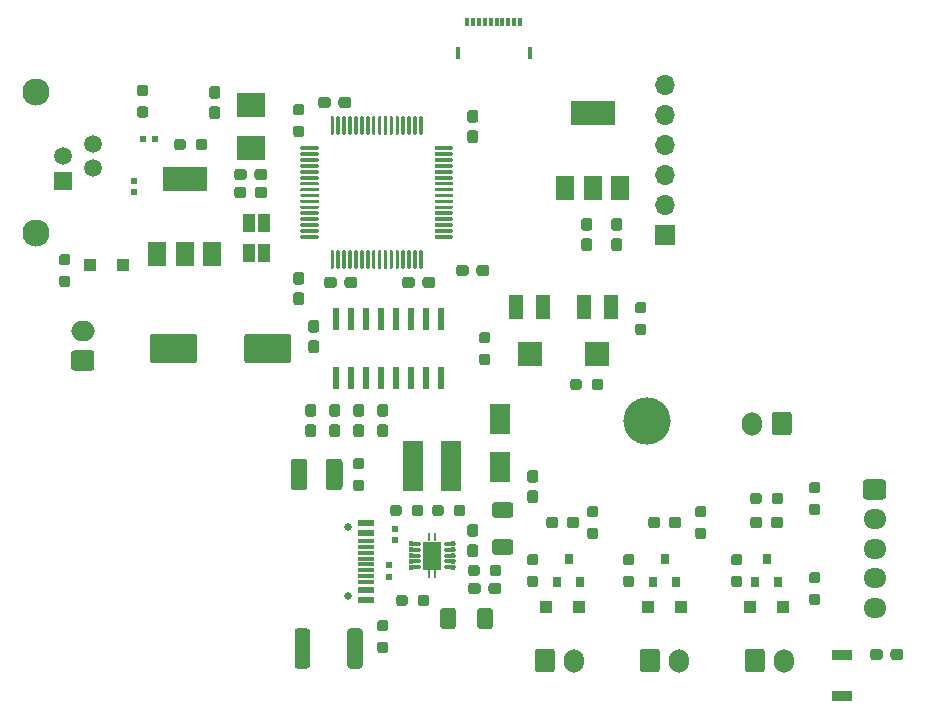
<source format=gbr>
%TF.GenerationSoftware,KiCad,Pcbnew,(5.1.8-0-10_14)*%
%TF.CreationDate,2020-12-22T15:13:40+01:00*%
%TF.ProjectId,sucker-one-mainboard,7375636b-6572-42d6-9f6e-652d6d61696e,rev?*%
%TF.SameCoordinates,Original*%
%TF.FileFunction,Soldermask,Top*%
%TF.FilePolarity,Negative*%
%FSLAX46Y46*%
G04 Gerber Fmt 4.6, Leading zero omitted, Abs format (unit mm)*
G04 Created by KiCad (PCBNEW (5.1.8-0-10_14)) date 2020-12-22 15:13:40*
%MOMM*%
%LPD*%
G01*
G04 APERTURE LIST*
%ADD10R,2.400000X2.000000*%
%ADD11R,1.800000X2.500000*%
%ADD12R,1.100000X1.100000*%
%ADD13R,0.600000X0.500000*%
%ADD14R,0.500000X0.600000*%
%ADD15O,1.700000X2.000000*%
%ADD16C,2.300000*%
%ADD17R,1.500000X1.500000*%
%ADD18C,1.500000*%
%ADD19O,2.000000X1.700000*%
%ADD20O,1.950000X1.700000*%
%ADD21R,1.700000X1.700000*%
%ADD22O,1.700000X1.700000*%
%ADD23R,1.000000X1.500000*%
%ADD24R,1.800000X4.200000*%
%ADD25R,0.800000X0.900000*%
%ADD26R,1.300000X2.000000*%
%ADD27R,2.000000X2.000000*%
%ADD28R,1.700000X0.900000*%
%ADD29R,3.800000X2.000000*%
%ADD30R,1.500000X2.000000*%
%ADD31O,0.990000X0.420000*%
%ADD32R,0.680000X1.050000*%
%ADD33R,0.280000X0.700000*%
%ADD34R,0.260000X0.500000*%
%ADD35R,1.650000X2.400000*%
%ADD36C,4.000000*%
%ADD37R,0.600000X1.970000*%
%ADD38C,0.650000*%
%ADD39R,1.450000X0.300000*%
%ADD40R,1.450000X0.600000*%
%ADD41R,0.300000X0.700000*%
%ADD42R,0.300000X1.000000*%
G04 APERTURE END LIST*
D10*
%TO.C,Y1*%
X79248000Y-59618000D03*
X79248000Y-63318000D03*
%TD*%
%TO.C,C1*%
G36*
G01*
X99444000Y-73422500D02*
X99444000Y-73897500D01*
G75*
G02*
X99206500Y-74135000I-237500J0D01*
G01*
X98606500Y-74135000D01*
G75*
G02*
X98369000Y-73897500I0J237500D01*
G01*
X98369000Y-73422500D01*
G75*
G02*
X98606500Y-73185000I237500J0D01*
G01*
X99206500Y-73185000D01*
G75*
G02*
X99444000Y-73422500I0J-237500D01*
G01*
G37*
G36*
G01*
X97719000Y-73422500D02*
X97719000Y-73897500D01*
G75*
G02*
X97481500Y-74135000I-237500J0D01*
G01*
X96881500Y-74135000D01*
G75*
G02*
X96644000Y-73897500I0J237500D01*
G01*
X96644000Y-73422500D01*
G75*
G02*
X96881500Y-73185000I237500J0D01*
G01*
X97481500Y-73185000D01*
G75*
G02*
X97719000Y-73422500I0J-237500D01*
G01*
G37*
%TD*%
%TO.C,C2*%
G36*
G01*
X97806500Y-60068000D02*
X98281500Y-60068000D01*
G75*
G02*
X98519000Y-60305500I0J-237500D01*
G01*
X98519000Y-60905500D01*
G75*
G02*
X98281500Y-61143000I-237500J0D01*
G01*
X97806500Y-61143000D01*
G75*
G02*
X97569000Y-60905500I0J237500D01*
G01*
X97569000Y-60305500D01*
G75*
G02*
X97806500Y-60068000I237500J0D01*
G01*
G37*
G36*
G01*
X97806500Y-61793000D02*
X98281500Y-61793000D01*
G75*
G02*
X98519000Y-62030500I0J-237500D01*
G01*
X98519000Y-62630500D01*
G75*
G02*
X98281500Y-62868000I-237500J0D01*
G01*
X97806500Y-62868000D01*
G75*
G02*
X97569000Y-62630500I0J237500D01*
G01*
X97569000Y-62030500D01*
G75*
G02*
X97806500Y-61793000I237500J0D01*
G01*
G37*
%TD*%
%TO.C,C3*%
G36*
G01*
X109998500Y-70937000D02*
X110473500Y-70937000D01*
G75*
G02*
X110711000Y-71174500I0J-237500D01*
G01*
X110711000Y-71774500D01*
G75*
G02*
X110473500Y-72012000I-237500J0D01*
G01*
X109998500Y-72012000D01*
G75*
G02*
X109761000Y-71774500I0J237500D01*
G01*
X109761000Y-71174500D01*
G75*
G02*
X109998500Y-70937000I237500J0D01*
G01*
G37*
G36*
G01*
X109998500Y-69212000D02*
X110473500Y-69212000D01*
G75*
G02*
X110711000Y-69449500I0J-237500D01*
G01*
X110711000Y-70049500D01*
G75*
G02*
X110473500Y-70287000I-237500J0D01*
G01*
X109998500Y-70287000D01*
G75*
G02*
X109761000Y-70049500I0J237500D01*
G01*
X109761000Y-69449500D01*
G75*
G02*
X109998500Y-69212000I237500J0D01*
G01*
G37*
%TD*%
%TO.C,C4*%
G36*
G01*
X88629500Y-86035000D02*
X88154500Y-86035000D01*
G75*
G02*
X87917000Y-85797500I0J237500D01*
G01*
X87917000Y-85197500D01*
G75*
G02*
X88154500Y-84960000I237500J0D01*
G01*
X88629500Y-84960000D01*
G75*
G02*
X88867000Y-85197500I0J-237500D01*
G01*
X88867000Y-85797500D01*
G75*
G02*
X88629500Y-86035000I-237500J0D01*
G01*
G37*
G36*
G01*
X88629500Y-87760000D02*
X88154500Y-87760000D01*
G75*
G02*
X87917000Y-87522500I0J237500D01*
G01*
X87917000Y-86922500D01*
G75*
G02*
X88154500Y-86685000I237500J0D01*
G01*
X88629500Y-86685000D01*
G75*
G02*
X88867000Y-86922500I0J-237500D01*
G01*
X88867000Y-87522500D01*
G75*
G02*
X88629500Y-87760000I-237500J0D01*
G01*
G37*
%TD*%
%TO.C,C5*%
G36*
G01*
X86543000Y-74438500D02*
X86543000Y-74913500D01*
G75*
G02*
X86305500Y-75151000I-237500J0D01*
G01*
X85705500Y-75151000D01*
G75*
G02*
X85468000Y-74913500I0J237500D01*
G01*
X85468000Y-74438500D01*
G75*
G02*
X85705500Y-74201000I237500J0D01*
G01*
X86305500Y-74201000D01*
G75*
G02*
X86543000Y-74438500I0J-237500D01*
G01*
G37*
G36*
G01*
X88268000Y-74438500D02*
X88268000Y-74913500D01*
G75*
G02*
X88030500Y-75151000I-237500J0D01*
G01*
X87430500Y-75151000D01*
G75*
G02*
X87193000Y-74913500I0J237500D01*
G01*
X87193000Y-74438500D01*
G75*
G02*
X87430500Y-74201000I237500J0D01*
G01*
X88030500Y-74201000D01*
G75*
G02*
X88268000Y-74438500I0J-237500D01*
G01*
G37*
%TD*%
%TO.C,C6*%
G36*
G01*
X75962500Y-59761000D02*
X76437500Y-59761000D01*
G75*
G02*
X76675000Y-59998500I0J-237500D01*
G01*
X76675000Y-60598500D01*
G75*
G02*
X76437500Y-60836000I-237500J0D01*
G01*
X75962500Y-60836000D01*
G75*
G02*
X75725000Y-60598500I0J237500D01*
G01*
X75725000Y-59998500D01*
G75*
G02*
X75962500Y-59761000I237500J0D01*
G01*
G37*
G36*
G01*
X75962500Y-58036000D02*
X76437500Y-58036000D01*
G75*
G02*
X76675000Y-58273500I0J-237500D01*
G01*
X76675000Y-58873500D01*
G75*
G02*
X76437500Y-59111000I-237500J0D01*
G01*
X75962500Y-59111000D01*
G75*
G02*
X75725000Y-58873500I0J237500D01*
G01*
X75725000Y-58273500D01*
G75*
G02*
X75962500Y-58036000I237500J0D01*
G01*
G37*
%TD*%
%TO.C,C7*%
G36*
G01*
X80648000Y-65294500D02*
X80648000Y-65769500D01*
G75*
G02*
X80410500Y-66007000I-237500J0D01*
G01*
X79810500Y-66007000D01*
G75*
G02*
X79573000Y-65769500I0J237500D01*
G01*
X79573000Y-65294500D01*
G75*
G02*
X79810500Y-65057000I237500J0D01*
G01*
X80410500Y-65057000D01*
G75*
G02*
X80648000Y-65294500I0J-237500D01*
G01*
G37*
G36*
G01*
X78923000Y-65294500D02*
X78923000Y-65769500D01*
G75*
G02*
X78685500Y-66007000I-237500J0D01*
G01*
X78085500Y-66007000D01*
G75*
G02*
X77848000Y-65769500I0J237500D01*
G01*
X77848000Y-65294500D01*
G75*
G02*
X78085500Y-65057000I237500J0D01*
G01*
X78685500Y-65057000D01*
G75*
G02*
X78923000Y-65294500I0J-237500D01*
G01*
G37*
%TD*%
%TO.C,C8*%
G36*
G01*
X90661500Y-87760000D02*
X90186500Y-87760000D01*
G75*
G02*
X89949000Y-87522500I0J237500D01*
G01*
X89949000Y-86922500D01*
G75*
G02*
X90186500Y-86685000I237500J0D01*
G01*
X90661500Y-86685000D01*
G75*
G02*
X90899000Y-86922500I0J-237500D01*
G01*
X90899000Y-87522500D01*
G75*
G02*
X90661500Y-87760000I-237500J0D01*
G01*
G37*
G36*
G01*
X90661500Y-86035000D02*
X90186500Y-86035000D01*
G75*
G02*
X89949000Y-85797500I0J237500D01*
G01*
X89949000Y-85197500D01*
G75*
G02*
X90186500Y-84960000I237500J0D01*
G01*
X90661500Y-84960000D01*
G75*
G02*
X90899000Y-85197500I0J-237500D01*
G01*
X90899000Y-85797500D01*
G75*
G02*
X90661500Y-86035000I-237500J0D01*
G01*
G37*
%TD*%
%TO.C,C9*%
G36*
G01*
X84565500Y-87760000D02*
X84090500Y-87760000D01*
G75*
G02*
X83853000Y-87522500I0J237500D01*
G01*
X83853000Y-86922500D01*
G75*
G02*
X84090500Y-86685000I237500J0D01*
G01*
X84565500Y-86685000D01*
G75*
G02*
X84803000Y-86922500I0J-237500D01*
G01*
X84803000Y-87522500D01*
G75*
G02*
X84565500Y-87760000I-237500J0D01*
G01*
G37*
G36*
G01*
X84565500Y-86035000D02*
X84090500Y-86035000D01*
G75*
G02*
X83853000Y-85797500I0J237500D01*
G01*
X83853000Y-85197500D01*
G75*
G02*
X84090500Y-84960000I237500J0D01*
G01*
X84565500Y-84960000D01*
G75*
G02*
X84803000Y-85197500I0J-237500D01*
G01*
X84803000Y-85797500D01*
G75*
G02*
X84565500Y-86035000I-237500J0D01*
G01*
G37*
%TD*%
%TO.C,C10*%
G36*
G01*
X84960000Y-59673500D02*
X84960000Y-59198500D01*
G75*
G02*
X85197500Y-58961000I237500J0D01*
G01*
X85797500Y-58961000D01*
G75*
G02*
X86035000Y-59198500I0J-237500D01*
G01*
X86035000Y-59673500D01*
G75*
G02*
X85797500Y-59911000I-237500J0D01*
G01*
X85197500Y-59911000D01*
G75*
G02*
X84960000Y-59673500I0J237500D01*
G01*
G37*
G36*
G01*
X86685000Y-59673500D02*
X86685000Y-59198500D01*
G75*
G02*
X86922500Y-58961000I237500J0D01*
G01*
X87522500Y-58961000D01*
G75*
G02*
X87760000Y-59198500I0J-237500D01*
G01*
X87760000Y-59673500D01*
G75*
G02*
X87522500Y-59911000I-237500J0D01*
G01*
X86922500Y-59911000D01*
G75*
G02*
X86685000Y-59673500I0J237500D01*
G01*
G37*
%TD*%
%TO.C,C11*%
G36*
G01*
X107458500Y-70937000D02*
X107933500Y-70937000D01*
G75*
G02*
X108171000Y-71174500I0J-237500D01*
G01*
X108171000Y-71774500D01*
G75*
G02*
X107933500Y-72012000I-237500J0D01*
G01*
X107458500Y-72012000D01*
G75*
G02*
X107221000Y-71774500I0J237500D01*
G01*
X107221000Y-71174500D01*
G75*
G02*
X107458500Y-70937000I237500J0D01*
G01*
G37*
G36*
G01*
X107458500Y-69212000D02*
X107933500Y-69212000D01*
G75*
G02*
X108171000Y-69449500I0J-237500D01*
G01*
X108171000Y-70049500D01*
G75*
G02*
X107933500Y-70287000I-237500J0D01*
G01*
X107458500Y-70287000D01*
G75*
G02*
X107221000Y-70049500I0J237500D01*
G01*
X107221000Y-69449500D01*
G75*
G02*
X107458500Y-69212000I237500J0D01*
G01*
G37*
%TD*%
%TO.C,C12*%
G36*
G01*
X86597500Y-86035000D02*
X86122500Y-86035000D01*
G75*
G02*
X85885000Y-85797500I0J237500D01*
G01*
X85885000Y-85197500D01*
G75*
G02*
X86122500Y-84960000I237500J0D01*
G01*
X86597500Y-84960000D01*
G75*
G02*
X86835000Y-85197500I0J-237500D01*
G01*
X86835000Y-85797500D01*
G75*
G02*
X86597500Y-86035000I-237500J0D01*
G01*
G37*
G36*
G01*
X86597500Y-87760000D02*
X86122500Y-87760000D01*
G75*
G02*
X85885000Y-87522500I0J237500D01*
G01*
X85885000Y-86922500D01*
G75*
G02*
X86122500Y-86685000I237500J0D01*
G01*
X86597500Y-86685000D01*
G75*
G02*
X86835000Y-86922500I0J-237500D01*
G01*
X86835000Y-87522500D01*
G75*
G02*
X86597500Y-87760000I-237500J0D01*
G01*
G37*
%TD*%
%TO.C,C13*%
G36*
G01*
X94872000Y-74438500D02*
X94872000Y-74913500D01*
G75*
G02*
X94634500Y-75151000I-237500J0D01*
G01*
X94034500Y-75151000D01*
G75*
G02*
X93797000Y-74913500I0J237500D01*
G01*
X93797000Y-74438500D01*
G75*
G02*
X94034500Y-74201000I237500J0D01*
G01*
X94634500Y-74201000D01*
G75*
G02*
X94872000Y-74438500I0J-237500D01*
G01*
G37*
G36*
G01*
X93147000Y-74438500D02*
X93147000Y-74913500D01*
G75*
G02*
X92909500Y-75151000I-237500J0D01*
G01*
X92309500Y-75151000D01*
G75*
G02*
X92072000Y-74913500I0J237500D01*
G01*
X92072000Y-74438500D01*
G75*
G02*
X92309500Y-74201000I237500J0D01*
G01*
X92909500Y-74201000D01*
G75*
G02*
X93147000Y-74438500I0J-237500D01*
G01*
G37*
%TD*%
%TO.C,C14*%
G36*
G01*
X83074500Y-75509000D02*
X83549500Y-75509000D01*
G75*
G02*
X83787000Y-75746500I0J-237500D01*
G01*
X83787000Y-76346500D01*
G75*
G02*
X83549500Y-76584000I-237500J0D01*
G01*
X83074500Y-76584000D01*
G75*
G02*
X82837000Y-76346500I0J237500D01*
G01*
X82837000Y-75746500D01*
G75*
G02*
X83074500Y-75509000I237500J0D01*
G01*
G37*
G36*
G01*
X83074500Y-73784000D02*
X83549500Y-73784000D01*
G75*
G02*
X83787000Y-74021500I0J-237500D01*
G01*
X83787000Y-74621500D01*
G75*
G02*
X83549500Y-74859000I-237500J0D01*
G01*
X83074500Y-74859000D01*
G75*
G02*
X82837000Y-74621500I0J237500D01*
G01*
X82837000Y-74021500D01*
G75*
G02*
X83074500Y-73784000I237500J0D01*
G01*
G37*
%TD*%
%TO.C,C15*%
G36*
G01*
X96636000Y-102473999D02*
X96636000Y-103774001D01*
G75*
G02*
X96386001Y-104024000I-249999J0D01*
G01*
X95560999Y-104024000D01*
G75*
G02*
X95311000Y-103774001I0J249999D01*
G01*
X95311000Y-102473999D01*
G75*
G02*
X95560999Y-102224000I249999J0D01*
G01*
X96386001Y-102224000D01*
G75*
G02*
X96636000Y-102473999I0J-249999D01*
G01*
G37*
G36*
G01*
X99761000Y-102473999D02*
X99761000Y-103774001D01*
G75*
G02*
X99511001Y-104024000I-249999J0D01*
G01*
X98685999Y-104024000D01*
G75*
G02*
X98436000Y-103774001I0J249999D01*
G01*
X98436000Y-102473999D01*
G75*
G02*
X98685999Y-102224000I249999J0D01*
G01*
X99511001Y-102224000D01*
G75*
G02*
X99761000Y-102473999I0J-249999D01*
G01*
G37*
%TD*%
%TO.C,C16*%
G36*
G01*
X101234001Y-97729000D02*
X99933999Y-97729000D01*
G75*
G02*
X99684000Y-97479001I0J249999D01*
G01*
X99684000Y-96653999D01*
G75*
G02*
X99933999Y-96404000I249999J0D01*
G01*
X101234001Y-96404000D01*
G75*
G02*
X101484000Y-96653999I0J-249999D01*
G01*
X101484000Y-97479001D01*
G75*
G02*
X101234001Y-97729000I-249999J0D01*
G01*
G37*
G36*
G01*
X101234001Y-94604000D02*
X99933999Y-94604000D01*
G75*
G02*
X99684000Y-94354001I0J249999D01*
G01*
X99684000Y-93528999D01*
G75*
G02*
X99933999Y-93279000I249999J0D01*
G01*
X101234001Y-93279000D01*
G75*
G02*
X101484000Y-93528999I0J-249999D01*
G01*
X101484000Y-94354001D01*
G75*
G02*
X101234001Y-94604000I-249999J0D01*
G01*
G37*
%TD*%
%TO.C,C17*%
G36*
G01*
X98735000Y-100346500D02*
X98735000Y-100821500D01*
G75*
G02*
X98497500Y-101059000I-237500J0D01*
G01*
X97897500Y-101059000D01*
G75*
G02*
X97660000Y-100821500I0J237500D01*
G01*
X97660000Y-100346500D01*
G75*
G02*
X97897500Y-100109000I237500J0D01*
G01*
X98497500Y-100109000D01*
G75*
G02*
X98735000Y-100346500I0J-237500D01*
G01*
G37*
G36*
G01*
X100460000Y-100346500D02*
X100460000Y-100821500D01*
G75*
G02*
X100222500Y-101059000I-237500J0D01*
G01*
X99622500Y-101059000D01*
G75*
G02*
X99385000Y-100821500I0J237500D01*
G01*
X99385000Y-100346500D01*
G75*
G02*
X99622500Y-100109000I237500J0D01*
G01*
X100222500Y-100109000D01*
G75*
G02*
X100460000Y-100346500I0J-237500D01*
G01*
G37*
%TD*%
%TO.C,C18*%
G36*
G01*
X103361500Y-93348000D02*
X102886500Y-93348000D01*
G75*
G02*
X102649000Y-93110500I0J237500D01*
G01*
X102649000Y-92510500D01*
G75*
G02*
X102886500Y-92273000I237500J0D01*
G01*
X103361500Y-92273000D01*
G75*
G02*
X103599000Y-92510500I0J-237500D01*
G01*
X103599000Y-93110500D01*
G75*
G02*
X103361500Y-93348000I-237500J0D01*
G01*
G37*
G36*
G01*
X103361500Y-91623000D02*
X102886500Y-91623000D01*
G75*
G02*
X102649000Y-91385500I0J237500D01*
G01*
X102649000Y-90785500D01*
G75*
G02*
X102886500Y-90548000I237500J0D01*
G01*
X103361500Y-90548000D01*
G75*
G02*
X103599000Y-90785500I0J-237500D01*
G01*
X103599000Y-91385500D01*
G75*
G02*
X103361500Y-91623000I-237500J0D01*
G01*
G37*
%TD*%
%TO.C,C19*%
G36*
G01*
X134496000Y-105934500D02*
X134496000Y-106409500D01*
G75*
G02*
X134258500Y-106647000I-237500J0D01*
G01*
X133658500Y-106647000D01*
G75*
G02*
X133421000Y-106409500I0J237500D01*
G01*
X133421000Y-105934500D01*
G75*
G02*
X133658500Y-105697000I237500J0D01*
G01*
X134258500Y-105697000D01*
G75*
G02*
X134496000Y-105934500I0J-237500D01*
G01*
G37*
G36*
G01*
X132771000Y-105934500D02*
X132771000Y-106409500D01*
G75*
G02*
X132533500Y-106647000I-237500J0D01*
G01*
X131933500Y-106647000D01*
G75*
G02*
X131696000Y-106409500I0J237500D01*
G01*
X131696000Y-105934500D01*
G75*
G02*
X131933500Y-105697000I237500J0D01*
G01*
X132533500Y-105697000D01*
G75*
G02*
X132771000Y-105934500I0J-237500D01*
G01*
G37*
%TD*%
%TO.C,C20*%
G36*
G01*
X97806500Y-96845000D02*
X98281500Y-96845000D01*
G75*
G02*
X98519000Y-97082500I0J-237500D01*
G01*
X98519000Y-97682500D01*
G75*
G02*
X98281500Y-97920000I-237500J0D01*
G01*
X97806500Y-97920000D01*
G75*
G02*
X97569000Y-97682500I0J237500D01*
G01*
X97569000Y-97082500D01*
G75*
G02*
X97806500Y-96845000I237500J0D01*
G01*
G37*
G36*
G01*
X97806500Y-95120000D02*
X98281500Y-95120000D01*
G75*
G02*
X98519000Y-95357500I0J-237500D01*
G01*
X98519000Y-95957500D01*
G75*
G02*
X98281500Y-96195000I-237500J0D01*
G01*
X97806500Y-96195000D01*
G75*
G02*
X97569000Y-95957500I0J237500D01*
G01*
X97569000Y-95357500D01*
G75*
G02*
X97806500Y-95120000I237500J0D01*
G01*
G37*
%TD*%
%TO.C,C21*%
G36*
G01*
X70708000Y-81264000D02*
X70708000Y-79264000D01*
G75*
G02*
X70958000Y-79014000I250000J0D01*
G01*
X74458000Y-79014000D01*
G75*
G02*
X74708000Y-79264000I0J-250000D01*
G01*
X74708000Y-81264000D01*
G75*
G02*
X74458000Y-81514000I-250000J0D01*
G01*
X70958000Y-81514000D01*
G75*
G02*
X70708000Y-81264000I0J250000D01*
G01*
G37*
G36*
G01*
X78708000Y-81264000D02*
X78708000Y-79264000D01*
G75*
G02*
X78958000Y-79014000I250000J0D01*
G01*
X82458000Y-79014000D01*
G75*
G02*
X82708000Y-79264000I0J-250000D01*
G01*
X82708000Y-81264000D01*
G75*
G02*
X82458000Y-81514000I-250000J0D01*
G01*
X78958000Y-81514000D01*
G75*
G02*
X78708000Y-81264000I0J250000D01*
G01*
G37*
%TD*%
%TO.C,C22*%
G36*
G01*
X84344500Y-77848000D02*
X84819500Y-77848000D01*
G75*
G02*
X85057000Y-78085500I0J-237500D01*
G01*
X85057000Y-78685500D01*
G75*
G02*
X84819500Y-78923000I-237500J0D01*
G01*
X84344500Y-78923000D01*
G75*
G02*
X84107000Y-78685500I0J237500D01*
G01*
X84107000Y-78085500D01*
G75*
G02*
X84344500Y-77848000I237500J0D01*
G01*
G37*
G36*
G01*
X84344500Y-79573000D02*
X84819500Y-79573000D01*
G75*
G02*
X85057000Y-79810500I0J-237500D01*
G01*
X85057000Y-80410500D01*
G75*
G02*
X84819500Y-80648000I-237500J0D01*
G01*
X84344500Y-80648000D01*
G75*
G02*
X84107000Y-80410500I0J237500D01*
G01*
X84107000Y-79810500D01*
G75*
G02*
X84344500Y-79573000I237500J0D01*
G01*
G37*
%TD*%
D11*
%TO.C,D1*%
X100330000Y-90265000D03*
X100330000Y-86265000D03*
%TD*%
%TO.C,D2*%
G36*
G01*
X112900000Y-95233500D02*
X112900000Y-94758500D01*
G75*
G02*
X113137500Y-94521000I237500J0D01*
G01*
X113712500Y-94521000D01*
G75*
G02*
X113950000Y-94758500I0J-237500D01*
G01*
X113950000Y-95233500D01*
G75*
G02*
X113712500Y-95471000I-237500J0D01*
G01*
X113137500Y-95471000D01*
G75*
G02*
X112900000Y-95233500I0J237500D01*
G01*
G37*
G36*
G01*
X114650000Y-95233500D02*
X114650000Y-94758500D01*
G75*
G02*
X114887500Y-94521000I237500J0D01*
G01*
X115462500Y-94521000D01*
G75*
G02*
X115700000Y-94758500I0J-237500D01*
G01*
X115700000Y-95233500D01*
G75*
G02*
X115462500Y-95471000I-237500J0D01*
G01*
X114887500Y-95471000D01*
G75*
G02*
X114650000Y-95233500I0J237500D01*
G01*
G37*
%TD*%
D12*
%TO.C,D3*%
X115700000Y-102108000D03*
X112900000Y-102108000D03*
%TD*%
D13*
%TO.C,D4*%
X71112000Y-62484000D03*
X70112000Y-62484000D03*
%TD*%
D14*
%TO.C,D6*%
X90932000Y-98568000D03*
X90932000Y-99568000D03*
%TD*%
%TO.C,D7*%
G36*
G01*
X123286000Y-95233500D02*
X123286000Y-94758500D01*
G75*
G02*
X123523500Y-94521000I237500J0D01*
G01*
X124098500Y-94521000D01*
G75*
G02*
X124336000Y-94758500I0J-237500D01*
G01*
X124336000Y-95233500D01*
G75*
G02*
X124098500Y-95471000I-237500J0D01*
G01*
X123523500Y-95471000D01*
G75*
G02*
X123286000Y-95233500I0J237500D01*
G01*
G37*
G36*
G01*
X121536000Y-95233500D02*
X121536000Y-94758500D01*
G75*
G02*
X121773500Y-94521000I237500J0D01*
G01*
X122348500Y-94521000D01*
G75*
G02*
X122586000Y-94758500I0J-237500D01*
G01*
X122586000Y-95233500D01*
G75*
G02*
X122348500Y-95471000I-237500J0D01*
G01*
X121773500Y-95471000D01*
G75*
G02*
X121536000Y-95233500I0J237500D01*
G01*
G37*
%TD*%
%TO.C,D8*%
G36*
G01*
X104264000Y-95233500D02*
X104264000Y-94758500D01*
G75*
G02*
X104501500Y-94521000I237500J0D01*
G01*
X105076500Y-94521000D01*
G75*
G02*
X105314000Y-94758500I0J-237500D01*
G01*
X105314000Y-95233500D01*
G75*
G02*
X105076500Y-95471000I-237500J0D01*
G01*
X104501500Y-95471000D01*
G75*
G02*
X104264000Y-95233500I0J237500D01*
G01*
G37*
G36*
G01*
X106014000Y-95233500D02*
X106014000Y-94758500D01*
G75*
G02*
X106251500Y-94521000I237500J0D01*
G01*
X106826500Y-94521000D01*
G75*
G02*
X107064000Y-94758500I0J-237500D01*
G01*
X107064000Y-95233500D01*
G75*
G02*
X106826500Y-95471000I-237500J0D01*
G01*
X106251500Y-95471000D01*
G75*
G02*
X106014000Y-95233500I0J237500D01*
G01*
G37*
%TD*%
D12*
%TO.C,D9*%
X121536000Y-102108000D03*
X124336000Y-102108000D03*
%TD*%
%TO.C,D10*%
X107064000Y-102108000D03*
X104264000Y-102108000D03*
%TD*%
%TO.C,D11*%
X68456000Y-73152000D03*
X65656000Y-73152000D03*
%TD*%
%TO.C,F1*%
G36*
G01*
X82636000Y-92007000D02*
X82636000Y-89857000D01*
G75*
G02*
X82886000Y-89607000I250000J0D01*
G01*
X83811000Y-89607000D01*
G75*
G02*
X84061000Y-89857000I0J-250000D01*
G01*
X84061000Y-92007000D01*
G75*
G02*
X83811000Y-92257000I-250000J0D01*
G01*
X82886000Y-92257000D01*
G75*
G02*
X82636000Y-92007000I0J250000D01*
G01*
G37*
G36*
G01*
X85611000Y-92007000D02*
X85611000Y-89857000D01*
G75*
G02*
X85861000Y-89607000I250000J0D01*
G01*
X86786000Y-89607000D01*
G75*
G02*
X87036000Y-89857000I0J-250000D01*
G01*
X87036000Y-92007000D01*
G75*
G02*
X86786000Y-92257000I-250000J0D01*
G01*
X85861000Y-92257000D01*
G75*
G02*
X85611000Y-92007000I0J250000D01*
G01*
G37*
%TD*%
%TO.C,F2*%
G36*
G01*
X82977000Y-107114000D02*
X82977000Y-104214000D01*
G75*
G02*
X83227000Y-103964000I250000J0D01*
G01*
X84027000Y-103964000D01*
G75*
G02*
X84277000Y-104214000I0J-250000D01*
G01*
X84277000Y-107114000D01*
G75*
G02*
X84027000Y-107364000I-250000J0D01*
G01*
X83227000Y-107364000D01*
G75*
G02*
X82977000Y-107114000I0J250000D01*
G01*
G37*
G36*
G01*
X87427000Y-107114000D02*
X87427000Y-104214000D01*
G75*
G02*
X87677000Y-103964000I250000J0D01*
G01*
X88477000Y-103964000D01*
G75*
G02*
X88727000Y-104214000I0J-250000D01*
G01*
X88727000Y-107114000D01*
G75*
G02*
X88477000Y-107364000I-250000J0D01*
G01*
X87677000Y-107364000D01*
G75*
G02*
X87427000Y-107114000I0J250000D01*
G01*
G37*
%TD*%
%TO.C,FB1*%
G36*
G01*
X80648000Y-66818500D02*
X80648000Y-67293500D01*
G75*
G02*
X80410500Y-67531000I-237500J0D01*
G01*
X79835500Y-67531000D01*
G75*
G02*
X79598000Y-67293500I0J237500D01*
G01*
X79598000Y-66818500D01*
G75*
G02*
X79835500Y-66581000I237500J0D01*
G01*
X80410500Y-66581000D01*
G75*
G02*
X80648000Y-66818500I0J-237500D01*
G01*
G37*
G36*
G01*
X78898000Y-66818500D02*
X78898000Y-67293500D01*
G75*
G02*
X78660500Y-67531000I-237500J0D01*
G01*
X78085500Y-67531000D01*
G75*
G02*
X77848000Y-67293500I0J237500D01*
G01*
X77848000Y-66818500D01*
G75*
G02*
X78085500Y-66581000I237500J0D01*
G01*
X78660500Y-66581000D01*
G75*
G02*
X78898000Y-66818500I0J-237500D01*
G01*
G37*
%TD*%
%TO.C,J1*%
G36*
G01*
X112180000Y-107430000D02*
X112180000Y-105930000D01*
G75*
G02*
X112430000Y-105680000I250000J0D01*
G01*
X113630000Y-105680000D01*
G75*
G02*
X113880000Y-105930000I0J-250000D01*
G01*
X113880000Y-107430000D01*
G75*
G02*
X113630000Y-107680000I-250000J0D01*
G01*
X112430000Y-107680000D01*
G75*
G02*
X112180000Y-107430000I0J250000D01*
G01*
G37*
D15*
X115530000Y-106680000D03*
%TD*%
%TO.C,J2*%
X124420000Y-106680000D03*
G36*
G01*
X121070000Y-107430000D02*
X121070000Y-105930000D01*
G75*
G02*
X121320000Y-105680000I250000J0D01*
G01*
X122520000Y-105680000D01*
G75*
G02*
X122770000Y-105930000I0J-250000D01*
G01*
X122770000Y-107430000D01*
G75*
G02*
X122520000Y-107680000I-250000J0D01*
G01*
X121320000Y-107680000D01*
G75*
G02*
X121070000Y-107430000I0J250000D01*
G01*
G37*
%TD*%
D16*
%TO.C,J3*%
X61073000Y-70510000D03*
D17*
X63373000Y-66040000D03*
D18*
X65913000Y-65020000D03*
X63373000Y-64000000D03*
D16*
X61073000Y-58510000D03*
D18*
X65913000Y-62980000D03*
%TD*%
%TO.C,J4*%
G36*
G01*
X103290000Y-107430000D02*
X103290000Y-105930000D01*
G75*
G02*
X103540000Y-105680000I250000J0D01*
G01*
X104740000Y-105680000D01*
G75*
G02*
X104990000Y-105930000I0J-250000D01*
G01*
X104990000Y-107430000D01*
G75*
G02*
X104740000Y-107680000I-250000J0D01*
G01*
X103540000Y-107680000D01*
G75*
G02*
X103290000Y-107430000I0J250000D01*
G01*
G37*
D15*
X106640000Y-106680000D03*
%TD*%
D19*
%TO.C,J10*%
X65024000Y-78780000D03*
G36*
G01*
X65774000Y-82130000D02*
X64274000Y-82130000D01*
G75*
G02*
X64024000Y-81880000I0J250000D01*
G01*
X64024000Y-80680000D01*
G75*
G02*
X64274000Y-80430000I250000J0D01*
G01*
X65774000Y-80430000D01*
G75*
G02*
X66024000Y-80680000I0J-250000D01*
G01*
X66024000Y-81880000D01*
G75*
G02*
X65774000Y-82130000I-250000J0D01*
G01*
G37*
%TD*%
%TO.C,J11*%
G36*
G01*
X131355000Y-91352000D02*
X132805000Y-91352000D01*
G75*
G02*
X133055000Y-91602000I0J-250000D01*
G01*
X133055000Y-92802000D01*
G75*
G02*
X132805000Y-93052000I-250000J0D01*
G01*
X131355000Y-93052000D01*
G75*
G02*
X131105000Y-92802000I0J250000D01*
G01*
X131105000Y-91602000D01*
G75*
G02*
X131355000Y-91352000I250000J0D01*
G01*
G37*
D20*
X132080000Y-94702000D03*
X132080000Y-97202000D03*
X132080000Y-99702000D03*
X132080000Y-102202000D03*
%TD*%
D21*
%TO.C,J12*%
X114300000Y-70612000D03*
D22*
X114300000Y-68072000D03*
X114300000Y-65532000D03*
X114300000Y-62992000D03*
X114300000Y-60452000D03*
X114300000Y-57912000D03*
%TD*%
D23*
%TO.C,JP1*%
X80406000Y-72136000D03*
X79106000Y-72136000D03*
%TD*%
%TO.C,JP2*%
X80406000Y-69596000D03*
X79106000Y-69596000D03*
%TD*%
D24*
%TO.C,L1*%
X96215000Y-90170000D03*
X93015000Y-90170000D03*
%TD*%
D25*
%TO.C,Q1*%
X114300000Y-98060000D03*
X115250000Y-100060000D03*
X113350000Y-100060000D03*
%TD*%
%TO.C,Q2*%
X122936000Y-98060000D03*
X123886000Y-100060000D03*
X121986000Y-100060000D03*
%TD*%
%TO.C,Q3*%
X105222000Y-100060000D03*
X107122000Y-100060000D03*
X106172000Y-98060000D03*
%TD*%
%TO.C,R1*%
G36*
G01*
X88154500Y-91357000D02*
X88629500Y-91357000D01*
G75*
G02*
X88867000Y-91594500I0J-237500D01*
G01*
X88867000Y-92094500D01*
G75*
G02*
X88629500Y-92332000I-237500J0D01*
G01*
X88154500Y-92332000D01*
G75*
G02*
X87917000Y-92094500I0J237500D01*
G01*
X87917000Y-91594500D01*
G75*
G02*
X88154500Y-91357000I237500J0D01*
G01*
G37*
G36*
G01*
X88154500Y-89532000D02*
X88629500Y-89532000D01*
G75*
G02*
X88867000Y-89769500I0J-237500D01*
G01*
X88867000Y-90269500D01*
G75*
G02*
X88629500Y-90507000I-237500J0D01*
G01*
X88154500Y-90507000D01*
G75*
G02*
X87917000Y-90269500I0J237500D01*
G01*
X87917000Y-89769500D01*
G75*
G02*
X88154500Y-89532000I237500J0D01*
G01*
G37*
%TD*%
%TO.C,R2*%
G36*
G01*
X90661500Y-106048000D02*
X90186500Y-106048000D01*
G75*
G02*
X89949000Y-105810500I0J237500D01*
G01*
X89949000Y-105310500D01*
G75*
G02*
X90186500Y-105073000I237500J0D01*
G01*
X90661500Y-105073000D01*
G75*
G02*
X90899000Y-105310500I0J-237500D01*
G01*
X90899000Y-105810500D01*
G75*
G02*
X90661500Y-106048000I-237500J0D01*
G01*
G37*
G36*
G01*
X90661500Y-104223000D02*
X90186500Y-104223000D01*
G75*
G02*
X89949000Y-103985500I0J237500D01*
G01*
X89949000Y-103485500D01*
G75*
G02*
X90186500Y-103248000I237500J0D01*
G01*
X90661500Y-103248000D01*
G75*
G02*
X90899000Y-103485500I0J-237500D01*
G01*
X90899000Y-103985500D01*
G75*
G02*
X90661500Y-104223000I-237500J0D01*
G01*
G37*
%TD*%
%TO.C,R3*%
G36*
G01*
X94364000Y-101362500D02*
X94364000Y-101837500D01*
G75*
G02*
X94126500Y-102075000I-237500J0D01*
G01*
X93626500Y-102075000D01*
G75*
G02*
X93389000Y-101837500I0J237500D01*
G01*
X93389000Y-101362500D01*
G75*
G02*
X93626500Y-101125000I237500J0D01*
G01*
X94126500Y-101125000D01*
G75*
G02*
X94364000Y-101362500I0J-237500D01*
G01*
G37*
G36*
G01*
X92539000Y-101362500D02*
X92539000Y-101837500D01*
G75*
G02*
X92301500Y-102075000I-237500J0D01*
G01*
X91801500Y-102075000D01*
G75*
G02*
X91564000Y-101837500I0J237500D01*
G01*
X91564000Y-101362500D01*
G75*
G02*
X91801500Y-101125000I237500J0D01*
G01*
X92301500Y-101125000D01*
G75*
G02*
X92539000Y-101362500I0J-237500D01*
G01*
G37*
%TD*%
%TO.C,R4*%
G36*
G01*
X97412000Y-93742500D02*
X97412000Y-94217500D01*
G75*
G02*
X97174500Y-94455000I-237500J0D01*
G01*
X96674500Y-94455000D01*
G75*
G02*
X96437000Y-94217500I0J237500D01*
G01*
X96437000Y-93742500D01*
G75*
G02*
X96674500Y-93505000I237500J0D01*
G01*
X97174500Y-93505000D01*
G75*
G02*
X97412000Y-93742500I0J-237500D01*
G01*
G37*
G36*
G01*
X95587000Y-93742500D02*
X95587000Y-94217500D01*
G75*
G02*
X95349500Y-94455000I-237500J0D01*
G01*
X94849500Y-94455000D01*
G75*
G02*
X94612000Y-94217500I0J237500D01*
G01*
X94612000Y-93742500D01*
G75*
G02*
X94849500Y-93505000I237500J0D01*
G01*
X95349500Y-93505000D01*
G75*
G02*
X95587000Y-93742500I0J-237500D01*
G01*
G37*
%TD*%
%TO.C,R5*%
G36*
G01*
X92031000Y-93742500D02*
X92031000Y-94217500D01*
G75*
G02*
X91793500Y-94455000I-237500J0D01*
G01*
X91293500Y-94455000D01*
G75*
G02*
X91056000Y-94217500I0J237500D01*
G01*
X91056000Y-93742500D01*
G75*
G02*
X91293500Y-93505000I237500J0D01*
G01*
X91793500Y-93505000D01*
G75*
G02*
X92031000Y-93742500I0J-237500D01*
G01*
G37*
G36*
G01*
X93856000Y-93742500D02*
X93856000Y-94217500D01*
G75*
G02*
X93618500Y-94455000I-237500J0D01*
G01*
X93118500Y-94455000D01*
G75*
G02*
X92881000Y-94217500I0J237500D01*
G01*
X92881000Y-93742500D01*
G75*
G02*
X93118500Y-93505000I237500J0D01*
G01*
X93618500Y-93505000D01*
G75*
G02*
X93856000Y-93742500I0J-237500D01*
G01*
G37*
%TD*%
%TO.C,R6*%
G36*
G01*
X111489500Y-100460000D02*
X111014500Y-100460000D01*
G75*
G02*
X110777000Y-100222500I0J237500D01*
G01*
X110777000Y-99722500D01*
G75*
G02*
X111014500Y-99485000I237500J0D01*
G01*
X111489500Y-99485000D01*
G75*
G02*
X111727000Y-99722500I0J-237500D01*
G01*
X111727000Y-100222500D01*
G75*
G02*
X111489500Y-100460000I-237500J0D01*
G01*
G37*
G36*
G01*
X111489500Y-98635000D02*
X111014500Y-98635000D01*
G75*
G02*
X110777000Y-98397500I0J237500D01*
G01*
X110777000Y-97897500D01*
G75*
G02*
X111014500Y-97660000I237500J0D01*
G01*
X111489500Y-97660000D01*
G75*
G02*
X111727000Y-97897500I0J-237500D01*
G01*
X111727000Y-98397500D01*
G75*
G02*
X111489500Y-98635000I-237500J0D01*
G01*
G37*
%TD*%
%TO.C,R7*%
G36*
G01*
X100460000Y-98822500D02*
X100460000Y-99297500D01*
G75*
G02*
X100222500Y-99535000I-237500J0D01*
G01*
X99722500Y-99535000D01*
G75*
G02*
X99485000Y-99297500I0J237500D01*
G01*
X99485000Y-98822500D01*
G75*
G02*
X99722500Y-98585000I237500J0D01*
G01*
X100222500Y-98585000D01*
G75*
G02*
X100460000Y-98822500I0J-237500D01*
G01*
G37*
G36*
G01*
X98635000Y-98822500D02*
X98635000Y-99297500D01*
G75*
G02*
X98397500Y-99535000I-237500J0D01*
G01*
X97897500Y-99535000D01*
G75*
G02*
X97660000Y-99297500I0J237500D01*
G01*
X97660000Y-98822500D01*
G75*
G02*
X97897500Y-98585000I237500J0D01*
G01*
X98397500Y-98585000D01*
G75*
G02*
X98635000Y-98822500I0J-237500D01*
G01*
G37*
%TD*%
%TO.C,R8*%
G36*
G01*
X117585500Y-94571000D02*
X117110500Y-94571000D01*
G75*
G02*
X116873000Y-94333500I0J237500D01*
G01*
X116873000Y-93833500D01*
G75*
G02*
X117110500Y-93596000I237500J0D01*
G01*
X117585500Y-93596000D01*
G75*
G02*
X117823000Y-93833500I0J-237500D01*
G01*
X117823000Y-94333500D01*
G75*
G02*
X117585500Y-94571000I-237500J0D01*
G01*
G37*
G36*
G01*
X117585500Y-96396000D02*
X117110500Y-96396000D01*
G75*
G02*
X116873000Y-96158500I0J237500D01*
G01*
X116873000Y-95658500D01*
G75*
G02*
X117110500Y-95421000I237500J0D01*
G01*
X117585500Y-95421000D01*
G75*
G02*
X117823000Y-95658500I0J-237500D01*
G01*
X117823000Y-96158500D01*
G75*
G02*
X117585500Y-96396000I-237500J0D01*
G01*
G37*
%TD*%
%TO.C,R9*%
G36*
G01*
X120633500Y-100460000D02*
X120158500Y-100460000D01*
G75*
G02*
X119921000Y-100222500I0J237500D01*
G01*
X119921000Y-99722500D01*
G75*
G02*
X120158500Y-99485000I237500J0D01*
G01*
X120633500Y-99485000D01*
G75*
G02*
X120871000Y-99722500I0J-237500D01*
G01*
X120871000Y-100222500D01*
G75*
G02*
X120633500Y-100460000I-237500J0D01*
G01*
G37*
G36*
G01*
X120633500Y-98635000D02*
X120158500Y-98635000D01*
G75*
G02*
X119921000Y-98397500I0J237500D01*
G01*
X119921000Y-97897500D01*
G75*
G02*
X120158500Y-97660000I237500J0D01*
G01*
X120633500Y-97660000D01*
G75*
G02*
X120871000Y-97897500I0J-237500D01*
G01*
X120871000Y-98397500D01*
G75*
G02*
X120633500Y-98635000I-237500J0D01*
G01*
G37*
%TD*%
%TO.C,R10*%
G36*
G01*
X123361000Y-93201500D02*
X123361000Y-92726500D01*
G75*
G02*
X123598500Y-92489000I237500J0D01*
G01*
X124098500Y-92489000D01*
G75*
G02*
X124336000Y-92726500I0J-237500D01*
G01*
X124336000Y-93201500D01*
G75*
G02*
X124098500Y-93439000I-237500J0D01*
G01*
X123598500Y-93439000D01*
G75*
G02*
X123361000Y-93201500I0J237500D01*
G01*
G37*
G36*
G01*
X121536000Y-93201500D02*
X121536000Y-92726500D01*
G75*
G02*
X121773500Y-92489000I237500J0D01*
G01*
X122273500Y-92489000D01*
G75*
G02*
X122511000Y-92726500I0J-237500D01*
G01*
X122511000Y-93201500D01*
G75*
G02*
X122273500Y-93439000I-237500J0D01*
G01*
X121773500Y-93439000D01*
G75*
G02*
X121536000Y-93201500I0J237500D01*
G01*
G37*
%TD*%
%TO.C,R11*%
G36*
G01*
X103361500Y-100460000D02*
X102886500Y-100460000D01*
G75*
G02*
X102649000Y-100222500I0J237500D01*
G01*
X102649000Y-99722500D01*
G75*
G02*
X102886500Y-99485000I237500J0D01*
G01*
X103361500Y-99485000D01*
G75*
G02*
X103599000Y-99722500I0J-237500D01*
G01*
X103599000Y-100222500D01*
G75*
G02*
X103361500Y-100460000I-237500J0D01*
G01*
G37*
G36*
G01*
X103361500Y-98635000D02*
X102886500Y-98635000D01*
G75*
G02*
X102649000Y-98397500I0J237500D01*
G01*
X102649000Y-97897500D01*
G75*
G02*
X102886500Y-97660000I237500J0D01*
G01*
X103361500Y-97660000D01*
G75*
G02*
X103599000Y-97897500I0J-237500D01*
G01*
X103599000Y-98397500D01*
G75*
G02*
X103361500Y-98635000I-237500J0D01*
G01*
G37*
%TD*%
%TO.C,R12*%
G36*
G01*
X108441500Y-94571000D02*
X107966500Y-94571000D01*
G75*
G02*
X107729000Y-94333500I0J237500D01*
G01*
X107729000Y-93833500D01*
G75*
G02*
X107966500Y-93596000I237500J0D01*
G01*
X108441500Y-93596000D01*
G75*
G02*
X108679000Y-93833500I0J-237500D01*
G01*
X108679000Y-94333500D01*
G75*
G02*
X108441500Y-94571000I-237500J0D01*
G01*
G37*
G36*
G01*
X108441500Y-96396000D02*
X107966500Y-96396000D01*
G75*
G02*
X107729000Y-96158500I0J237500D01*
G01*
X107729000Y-95658500D01*
G75*
G02*
X107966500Y-95421000I237500J0D01*
G01*
X108441500Y-95421000D01*
G75*
G02*
X108679000Y-95658500I0J-237500D01*
G01*
X108679000Y-96158500D01*
G75*
G02*
X108441500Y-96396000I-237500J0D01*
G01*
G37*
%TD*%
%TO.C,R13*%
G36*
G01*
X69866500Y-59757500D02*
X70341500Y-59757500D01*
G75*
G02*
X70579000Y-59995000I0J-237500D01*
G01*
X70579000Y-60495000D01*
G75*
G02*
X70341500Y-60732500I-237500J0D01*
G01*
X69866500Y-60732500D01*
G75*
G02*
X69629000Y-60495000I0J237500D01*
G01*
X69629000Y-59995000D01*
G75*
G02*
X69866500Y-59757500I237500J0D01*
G01*
G37*
G36*
G01*
X69866500Y-57932500D02*
X70341500Y-57932500D01*
G75*
G02*
X70579000Y-58170000I0J-237500D01*
G01*
X70579000Y-58670000D01*
G75*
G02*
X70341500Y-58907500I-237500J0D01*
G01*
X69866500Y-58907500D01*
G75*
G02*
X69629000Y-58670000I0J237500D01*
G01*
X69629000Y-58170000D01*
G75*
G02*
X69866500Y-57932500I237500J0D01*
G01*
G37*
%TD*%
%TO.C,R14*%
G36*
G01*
X74593000Y-63229500D02*
X74593000Y-62754500D01*
G75*
G02*
X74830500Y-62517000I237500J0D01*
G01*
X75330500Y-62517000D01*
G75*
G02*
X75568000Y-62754500I0J-237500D01*
G01*
X75568000Y-63229500D01*
G75*
G02*
X75330500Y-63467000I-237500J0D01*
G01*
X74830500Y-63467000D01*
G75*
G02*
X74593000Y-63229500I0J237500D01*
G01*
G37*
G36*
G01*
X72768000Y-63229500D02*
X72768000Y-62754500D01*
G75*
G02*
X73005500Y-62517000I237500J0D01*
G01*
X73505500Y-62517000D01*
G75*
G02*
X73743000Y-62754500I0J-237500D01*
G01*
X73743000Y-63229500D01*
G75*
G02*
X73505500Y-63467000I-237500J0D01*
G01*
X73005500Y-63467000D01*
G75*
G02*
X72768000Y-63229500I0J237500D01*
G01*
G37*
%TD*%
%TO.C,R15*%
G36*
G01*
X126762500Y-93389000D02*
X127237500Y-93389000D01*
G75*
G02*
X127475000Y-93626500I0J-237500D01*
G01*
X127475000Y-94126500D01*
G75*
G02*
X127237500Y-94364000I-237500J0D01*
G01*
X126762500Y-94364000D01*
G75*
G02*
X126525000Y-94126500I0J237500D01*
G01*
X126525000Y-93626500D01*
G75*
G02*
X126762500Y-93389000I237500J0D01*
G01*
G37*
G36*
G01*
X126762500Y-91564000D02*
X127237500Y-91564000D01*
G75*
G02*
X127475000Y-91801500I0J-237500D01*
G01*
X127475000Y-92301500D01*
G75*
G02*
X127237500Y-92539000I-237500J0D01*
G01*
X126762500Y-92539000D01*
G75*
G02*
X126525000Y-92301500I0J237500D01*
G01*
X126525000Y-91801500D01*
G75*
G02*
X126762500Y-91564000I237500J0D01*
G01*
G37*
%TD*%
%TO.C,R16*%
G36*
G01*
X63737500Y-73235000D02*
X63262500Y-73235000D01*
G75*
G02*
X63025000Y-72997500I0J237500D01*
G01*
X63025000Y-72497500D01*
G75*
G02*
X63262500Y-72260000I237500J0D01*
G01*
X63737500Y-72260000D01*
G75*
G02*
X63975000Y-72497500I0J-237500D01*
G01*
X63975000Y-72997500D01*
G75*
G02*
X63737500Y-73235000I-237500J0D01*
G01*
G37*
G36*
G01*
X63737500Y-75060000D02*
X63262500Y-75060000D01*
G75*
G02*
X63025000Y-74822500I0J237500D01*
G01*
X63025000Y-74322500D01*
G75*
G02*
X63262500Y-74085000I237500J0D01*
G01*
X63737500Y-74085000D01*
G75*
G02*
X63975000Y-74322500I0J-237500D01*
G01*
X63975000Y-74822500D01*
G75*
G02*
X63737500Y-75060000I-237500J0D01*
G01*
G37*
%TD*%
%TO.C,R17*%
G36*
G01*
X127237500Y-101984000D02*
X126762500Y-101984000D01*
G75*
G02*
X126525000Y-101746500I0J237500D01*
G01*
X126525000Y-101246500D01*
G75*
G02*
X126762500Y-101009000I237500J0D01*
G01*
X127237500Y-101009000D01*
G75*
G02*
X127475000Y-101246500I0J-237500D01*
G01*
X127475000Y-101746500D01*
G75*
G02*
X127237500Y-101984000I-237500J0D01*
G01*
G37*
G36*
G01*
X127237500Y-100159000D02*
X126762500Y-100159000D01*
G75*
G02*
X126525000Y-99921500I0J237500D01*
G01*
X126525000Y-99421500D01*
G75*
G02*
X126762500Y-99184000I237500J0D01*
G01*
X127237500Y-99184000D01*
G75*
G02*
X127475000Y-99421500I0J-237500D01*
G01*
X127475000Y-99921500D01*
G75*
G02*
X127237500Y-100159000I-237500J0D01*
G01*
G37*
%TD*%
%TO.C,R18*%
G36*
G01*
X83549500Y-60535000D02*
X83074500Y-60535000D01*
G75*
G02*
X82837000Y-60297500I0J237500D01*
G01*
X82837000Y-59797500D01*
G75*
G02*
X83074500Y-59560000I237500J0D01*
G01*
X83549500Y-59560000D01*
G75*
G02*
X83787000Y-59797500I0J-237500D01*
G01*
X83787000Y-60297500D01*
G75*
G02*
X83549500Y-60535000I-237500J0D01*
G01*
G37*
G36*
G01*
X83549500Y-62360000D02*
X83074500Y-62360000D01*
G75*
G02*
X82837000Y-62122500I0J237500D01*
G01*
X82837000Y-61622500D01*
G75*
G02*
X83074500Y-61385000I237500J0D01*
G01*
X83549500Y-61385000D01*
G75*
G02*
X83787000Y-61622500I0J-237500D01*
G01*
X83787000Y-62122500D01*
G75*
G02*
X83549500Y-62360000I-237500J0D01*
G01*
G37*
%TD*%
%TO.C,R19*%
G36*
G01*
X98822500Y-78864000D02*
X99297500Y-78864000D01*
G75*
G02*
X99535000Y-79101500I0J-237500D01*
G01*
X99535000Y-79601500D01*
G75*
G02*
X99297500Y-79839000I-237500J0D01*
G01*
X98822500Y-79839000D01*
G75*
G02*
X98585000Y-79601500I0J237500D01*
G01*
X98585000Y-79101500D01*
G75*
G02*
X98822500Y-78864000I237500J0D01*
G01*
G37*
G36*
G01*
X98822500Y-80689000D02*
X99297500Y-80689000D01*
G75*
G02*
X99535000Y-80926500I0J-237500D01*
G01*
X99535000Y-81426500D01*
G75*
G02*
X99297500Y-81664000I-237500J0D01*
G01*
X98822500Y-81664000D01*
G75*
G02*
X98585000Y-81426500I0J237500D01*
G01*
X98585000Y-80926500D01*
G75*
G02*
X98822500Y-80689000I237500J0D01*
G01*
G37*
%TD*%
%TO.C,R20*%
G36*
G01*
X112030500Y-76324000D02*
X112505500Y-76324000D01*
G75*
G02*
X112743000Y-76561500I0J-237500D01*
G01*
X112743000Y-77061500D01*
G75*
G02*
X112505500Y-77299000I-237500J0D01*
G01*
X112030500Y-77299000D01*
G75*
G02*
X111793000Y-77061500I0J237500D01*
G01*
X111793000Y-76561500D01*
G75*
G02*
X112030500Y-76324000I237500J0D01*
G01*
G37*
G36*
G01*
X112030500Y-78149000D02*
X112505500Y-78149000D01*
G75*
G02*
X112743000Y-78386500I0J-237500D01*
G01*
X112743000Y-78886500D01*
G75*
G02*
X112505500Y-79124000I-237500J0D01*
G01*
X112030500Y-79124000D01*
G75*
G02*
X111793000Y-78886500I0J237500D01*
G01*
X111793000Y-78386500D01*
G75*
G02*
X112030500Y-78149000I237500J0D01*
G01*
G37*
%TD*%
%TO.C,R21*%
G36*
G01*
X109096000Y-83074500D02*
X109096000Y-83549500D01*
G75*
G02*
X108858500Y-83787000I-237500J0D01*
G01*
X108358500Y-83787000D01*
G75*
G02*
X108121000Y-83549500I0J237500D01*
G01*
X108121000Y-83074500D01*
G75*
G02*
X108358500Y-82837000I237500J0D01*
G01*
X108858500Y-82837000D01*
G75*
G02*
X109096000Y-83074500I0J-237500D01*
G01*
G37*
G36*
G01*
X107271000Y-83074500D02*
X107271000Y-83549500D01*
G75*
G02*
X107033500Y-83787000I-237500J0D01*
G01*
X106533500Y-83787000D01*
G75*
G02*
X106296000Y-83549500I0J237500D01*
G01*
X106296000Y-83074500D01*
G75*
G02*
X106533500Y-82837000I237500J0D01*
G01*
X107033500Y-82837000D01*
G75*
G02*
X107271000Y-83074500I0J-237500D01*
G01*
G37*
%TD*%
D26*
%TO.C,RV1*%
X101720000Y-76740000D03*
D27*
X102870000Y-80740000D03*
D26*
X104020000Y-76740000D03*
%TD*%
%TO.C,RV2*%
X109735000Y-76740000D03*
D27*
X108585000Y-80740000D03*
D26*
X107435000Y-76740000D03*
%TD*%
D28*
%TO.C,SW2*%
X129286000Y-109650000D03*
X129286000Y-106250000D03*
%TD*%
D29*
%TO.C,U1*%
X108204000Y-60350000D03*
D30*
X108204000Y-66650000D03*
X110504000Y-66650000D03*
X105904000Y-66650000D03*
%TD*%
D31*
%TO.C,U2*%
X93140000Y-96790000D03*
X93140000Y-97290000D03*
G36*
G01*
X92645000Y-97930000D02*
X92645000Y-97650000D01*
G75*
G02*
X92715000Y-97580000I70000J0D01*
G01*
X92995000Y-97580000D01*
G75*
G02*
X93065000Y-97650000I0J-70000D01*
G01*
X93065000Y-97930000D01*
G75*
G02*
X92995000Y-98000000I-70000J0D01*
G01*
X92715000Y-98000000D01*
G75*
G02*
X92645000Y-97930000I0J70000D01*
G01*
G37*
X93140000Y-98290000D03*
G36*
G01*
X92645000Y-98930000D02*
X92645000Y-98650000D01*
G75*
G02*
X92715000Y-98580000I70000J0D01*
G01*
X92995000Y-98580000D01*
G75*
G02*
X93065000Y-98650000I0J-70000D01*
G01*
X93065000Y-98930000D01*
G75*
G02*
X92995000Y-99000000I-70000J0D01*
G01*
X92715000Y-99000000D01*
G75*
G02*
X92645000Y-98930000I0J70000D01*
G01*
G37*
X96090000Y-98790000D03*
X96090000Y-98290000D03*
G36*
G01*
X96165000Y-97930000D02*
X96165000Y-97650000D01*
G75*
G02*
X96235000Y-97580000I70000J0D01*
G01*
X96515000Y-97580000D01*
G75*
G02*
X96585000Y-97650000I0J-70000D01*
G01*
X96585000Y-97930000D01*
G75*
G02*
X96515000Y-98000000I-70000J0D01*
G01*
X96235000Y-98000000D01*
G75*
G02*
X96165000Y-97930000I0J70000D01*
G01*
G37*
G36*
G01*
X96165000Y-97430000D02*
X96165000Y-97150000D01*
G75*
G02*
X96235000Y-97080000I70000J0D01*
G01*
X96515000Y-97080000D01*
G75*
G02*
X96585000Y-97150000I0J-70000D01*
G01*
X96585000Y-97430000D01*
G75*
G02*
X96515000Y-97500000I-70000J0D01*
G01*
X96235000Y-97500000D01*
G75*
G02*
X96165000Y-97430000I0J70000D01*
G01*
G37*
G36*
G01*
X96165000Y-96930000D02*
X96165000Y-96650000D01*
G75*
G02*
X96235000Y-96580000I70000J0D01*
G01*
X96515000Y-96580000D01*
G75*
G02*
X96585000Y-96650000I0J-70000D01*
G01*
X96585000Y-96930000D01*
G75*
G02*
X96515000Y-97000000I-70000J0D01*
G01*
X96235000Y-97000000D01*
G75*
G02*
X96165000Y-96930000I0J70000D01*
G01*
G37*
D32*
X94165000Y-97155000D03*
D33*
X94365000Y-96240000D03*
D34*
X94365000Y-96160000D03*
D33*
X94865000Y-96240000D03*
X94365000Y-99340000D03*
X94865000Y-99340000D03*
D34*
X94865000Y-96160000D03*
X94365000Y-99420000D03*
X94865000Y-99420000D03*
D32*
X95065000Y-97155000D03*
X94165000Y-98425000D03*
X95065000Y-98425000D03*
D35*
X94615000Y-97790000D03*
G36*
G01*
X92645000Y-96930000D02*
X92645000Y-96650000D01*
G75*
G02*
X92715000Y-96580000I70000J0D01*
G01*
X92995000Y-96580000D01*
G75*
G02*
X93065000Y-96650000I0J-70000D01*
G01*
X93065000Y-96930000D01*
G75*
G02*
X92995000Y-97000000I-70000J0D01*
G01*
X92715000Y-97000000D01*
G75*
G02*
X92645000Y-96930000I0J70000D01*
G01*
G37*
G36*
G01*
X92645000Y-97430000D02*
X92645000Y-97150000D01*
G75*
G02*
X92715000Y-97080000I70000J0D01*
G01*
X92995000Y-97080000D01*
G75*
G02*
X93065000Y-97150000I0J-70000D01*
G01*
X93065000Y-97430000D01*
G75*
G02*
X92995000Y-97500000I-70000J0D01*
G01*
X92715000Y-97500000D01*
G75*
G02*
X92645000Y-97430000I0J70000D01*
G01*
G37*
D31*
X93140000Y-97790000D03*
G36*
G01*
X92645000Y-98430000D02*
X92645000Y-98150000D01*
G75*
G02*
X92715000Y-98080000I70000J0D01*
G01*
X92995000Y-98080000D01*
G75*
G02*
X93065000Y-98150000I0J-70000D01*
G01*
X93065000Y-98430000D01*
G75*
G02*
X92995000Y-98500000I-70000J0D01*
G01*
X92715000Y-98500000D01*
G75*
G02*
X92645000Y-98430000I0J70000D01*
G01*
G37*
X93140000Y-98790000D03*
G36*
G01*
X96165000Y-98930000D02*
X96165000Y-98650000D01*
G75*
G02*
X96235000Y-98580000I70000J0D01*
G01*
X96515000Y-98580000D01*
G75*
G02*
X96585000Y-98650000I0J-70000D01*
G01*
X96585000Y-98930000D01*
G75*
G02*
X96515000Y-99000000I-70000J0D01*
G01*
X96235000Y-99000000D01*
G75*
G02*
X96165000Y-98930000I0J70000D01*
G01*
G37*
G36*
G01*
X96165000Y-98430000D02*
X96165000Y-98150000D01*
G75*
G02*
X96235000Y-98080000I70000J0D01*
G01*
X96515000Y-98080000D01*
G75*
G02*
X96585000Y-98150000I0J-70000D01*
G01*
X96585000Y-98430000D01*
G75*
G02*
X96515000Y-98500000I-70000J0D01*
G01*
X96235000Y-98500000D01*
G75*
G02*
X96165000Y-98430000I0J70000D01*
G01*
G37*
X96090000Y-97790000D03*
X96090000Y-97290000D03*
X96090000Y-96790000D03*
%TD*%
%TO.C,U3*%
G36*
G01*
X83466000Y-63381000D02*
X83466000Y-63231000D01*
G75*
G02*
X83541000Y-63156000I75000J0D01*
G01*
X84941000Y-63156000D01*
G75*
G02*
X85016000Y-63231000I0J-75000D01*
G01*
X85016000Y-63381000D01*
G75*
G02*
X84941000Y-63456000I-75000J0D01*
G01*
X83541000Y-63456000D01*
G75*
G02*
X83466000Y-63381000I0J75000D01*
G01*
G37*
G36*
G01*
X83466000Y-63881000D02*
X83466000Y-63731000D01*
G75*
G02*
X83541000Y-63656000I75000J0D01*
G01*
X84941000Y-63656000D01*
G75*
G02*
X85016000Y-63731000I0J-75000D01*
G01*
X85016000Y-63881000D01*
G75*
G02*
X84941000Y-63956000I-75000J0D01*
G01*
X83541000Y-63956000D01*
G75*
G02*
X83466000Y-63881000I0J75000D01*
G01*
G37*
G36*
G01*
X83466000Y-64381000D02*
X83466000Y-64231000D01*
G75*
G02*
X83541000Y-64156000I75000J0D01*
G01*
X84941000Y-64156000D01*
G75*
G02*
X85016000Y-64231000I0J-75000D01*
G01*
X85016000Y-64381000D01*
G75*
G02*
X84941000Y-64456000I-75000J0D01*
G01*
X83541000Y-64456000D01*
G75*
G02*
X83466000Y-64381000I0J75000D01*
G01*
G37*
G36*
G01*
X83466000Y-64881000D02*
X83466000Y-64731000D01*
G75*
G02*
X83541000Y-64656000I75000J0D01*
G01*
X84941000Y-64656000D01*
G75*
G02*
X85016000Y-64731000I0J-75000D01*
G01*
X85016000Y-64881000D01*
G75*
G02*
X84941000Y-64956000I-75000J0D01*
G01*
X83541000Y-64956000D01*
G75*
G02*
X83466000Y-64881000I0J75000D01*
G01*
G37*
G36*
G01*
X83466000Y-65381000D02*
X83466000Y-65231000D01*
G75*
G02*
X83541000Y-65156000I75000J0D01*
G01*
X84941000Y-65156000D01*
G75*
G02*
X85016000Y-65231000I0J-75000D01*
G01*
X85016000Y-65381000D01*
G75*
G02*
X84941000Y-65456000I-75000J0D01*
G01*
X83541000Y-65456000D01*
G75*
G02*
X83466000Y-65381000I0J75000D01*
G01*
G37*
G36*
G01*
X83466000Y-65881000D02*
X83466000Y-65731000D01*
G75*
G02*
X83541000Y-65656000I75000J0D01*
G01*
X84941000Y-65656000D01*
G75*
G02*
X85016000Y-65731000I0J-75000D01*
G01*
X85016000Y-65881000D01*
G75*
G02*
X84941000Y-65956000I-75000J0D01*
G01*
X83541000Y-65956000D01*
G75*
G02*
X83466000Y-65881000I0J75000D01*
G01*
G37*
G36*
G01*
X83466000Y-66381000D02*
X83466000Y-66231000D01*
G75*
G02*
X83541000Y-66156000I75000J0D01*
G01*
X84941000Y-66156000D01*
G75*
G02*
X85016000Y-66231000I0J-75000D01*
G01*
X85016000Y-66381000D01*
G75*
G02*
X84941000Y-66456000I-75000J0D01*
G01*
X83541000Y-66456000D01*
G75*
G02*
X83466000Y-66381000I0J75000D01*
G01*
G37*
G36*
G01*
X83466000Y-66881000D02*
X83466000Y-66731000D01*
G75*
G02*
X83541000Y-66656000I75000J0D01*
G01*
X84941000Y-66656000D01*
G75*
G02*
X85016000Y-66731000I0J-75000D01*
G01*
X85016000Y-66881000D01*
G75*
G02*
X84941000Y-66956000I-75000J0D01*
G01*
X83541000Y-66956000D01*
G75*
G02*
X83466000Y-66881000I0J75000D01*
G01*
G37*
G36*
G01*
X83466000Y-67381000D02*
X83466000Y-67231000D01*
G75*
G02*
X83541000Y-67156000I75000J0D01*
G01*
X84941000Y-67156000D01*
G75*
G02*
X85016000Y-67231000I0J-75000D01*
G01*
X85016000Y-67381000D01*
G75*
G02*
X84941000Y-67456000I-75000J0D01*
G01*
X83541000Y-67456000D01*
G75*
G02*
X83466000Y-67381000I0J75000D01*
G01*
G37*
G36*
G01*
X83466000Y-67881000D02*
X83466000Y-67731000D01*
G75*
G02*
X83541000Y-67656000I75000J0D01*
G01*
X84941000Y-67656000D01*
G75*
G02*
X85016000Y-67731000I0J-75000D01*
G01*
X85016000Y-67881000D01*
G75*
G02*
X84941000Y-67956000I-75000J0D01*
G01*
X83541000Y-67956000D01*
G75*
G02*
X83466000Y-67881000I0J75000D01*
G01*
G37*
G36*
G01*
X83466000Y-68381000D02*
X83466000Y-68231000D01*
G75*
G02*
X83541000Y-68156000I75000J0D01*
G01*
X84941000Y-68156000D01*
G75*
G02*
X85016000Y-68231000I0J-75000D01*
G01*
X85016000Y-68381000D01*
G75*
G02*
X84941000Y-68456000I-75000J0D01*
G01*
X83541000Y-68456000D01*
G75*
G02*
X83466000Y-68381000I0J75000D01*
G01*
G37*
G36*
G01*
X83466000Y-68881000D02*
X83466000Y-68731000D01*
G75*
G02*
X83541000Y-68656000I75000J0D01*
G01*
X84941000Y-68656000D01*
G75*
G02*
X85016000Y-68731000I0J-75000D01*
G01*
X85016000Y-68881000D01*
G75*
G02*
X84941000Y-68956000I-75000J0D01*
G01*
X83541000Y-68956000D01*
G75*
G02*
X83466000Y-68881000I0J75000D01*
G01*
G37*
G36*
G01*
X83466000Y-69381000D02*
X83466000Y-69231000D01*
G75*
G02*
X83541000Y-69156000I75000J0D01*
G01*
X84941000Y-69156000D01*
G75*
G02*
X85016000Y-69231000I0J-75000D01*
G01*
X85016000Y-69381000D01*
G75*
G02*
X84941000Y-69456000I-75000J0D01*
G01*
X83541000Y-69456000D01*
G75*
G02*
X83466000Y-69381000I0J75000D01*
G01*
G37*
G36*
G01*
X83466000Y-69881000D02*
X83466000Y-69731000D01*
G75*
G02*
X83541000Y-69656000I75000J0D01*
G01*
X84941000Y-69656000D01*
G75*
G02*
X85016000Y-69731000I0J-75000D01*
G01*
X85016000Y-69881000D01*
G75*
G02*
X84941000Y-69956000I-75000J0D01*
G01*
X83541000Y-69956000D01*
G75*
G02*
X83466000Y-69881000I0J75000D01*
G01*
G37*
G36*
G01*
X83466000Y-70381000D02*
X83466000Y-70231000D01*
G75*
G02*
X83541000Y-70156000I75000J0D01*
G01*
X84941000Y-70156000D01*
G75*
G02*
X85016000Y-70231000I0J-75000D01*
G01*
X85016000Y-70381000D01*
G75*
G02*
X84941000Y-70456000I-75000J0D01*
G01*
X83541000Y-70456000D01*
G75*
G02*
X83466000Y-70381000I0J75000D01*
G01*
G37*
G36*
G01*
X83466000Y-70881000D02*
X83466000Y-70731000D01*
G75*
G02*
X83541000Y-70656000I75000J0D01*
G01*
X84941000Y-70656000D01*
G75*
G02*
X85016000Y-70731000I0J-75000D01*
G01*
X85016000Y-70881000D01*
G75*
G02*
X84941000Y-70956000I-75000J0D01*
G01*
X83541000Y-70956000D01*
G75*
G02*
X83466000Y-70881000I0J75000D01*
G01*
G37*
G36*
G01*
X86016000Y-73431000D02*
X86016000Y-72031000D01*
G75*
G02*
X86091000Y-71956000I75000J0D01*
G01*
X86241000Y-71956000D01*
G75*
G02*
X86316000Y-72031000I0J-75000D01*
G01*
X86316000Y-73431000D01*
G75*
G02*
X86241000Y-73506000I-75000J0D01*
G01*
X86091000Y-73506000D01*
G75*
G02*
X86016000Y-73431000I0J75000D01*
G01*
G37*
G36*
G01*
X86516000Y-73431000D02*
X86516000Y-72031000D01*
G75*
G02*
X86591000Y-71956000I75000J0D01*
G01*
X86741000Y-71956000D01*
G75*
G02*
X86816000Y-72031000I0J-75000D01*
G01*
X86816000Y-73431000D01*
G75*
G02*
X86741000Y-73506000I-75000J0D01*
G01*
X86591000Y-73506000D01*
G75*
G02*
X86516000Y-73431000I0J75000D01*
G01*
G37*
G36*
G01*
X87016000Y-73431000D02*
X87016000Y-72031000D01*
G75*
G02*
X87091000Y-71956000I75000J0D01*
G01*
X87241000Y-71956000D01*
G75*
G02*
X87316000Y-72031000I0J-75000D01*
G01*
X87316000Y-73431000D01*
G75*
G02*
X87241000Y-73506000I-75000J0D01*
G01*
X87091000Y-73506000D01*
G75*
G02*
X87016000Y-73431000I0J75000D01*
G01*
G37*
G36*
G01*
X87516000Y-73431000D02*
X87516000Y-72031000D01*
G75*
G02*
X87591000Y-71956000I75000J0D01*
G01*
X87741000Y-71956000D01*
G75*
G02*
X87816000Y-72031000I0J-75000D01*
G01*
X87816000Y-73431000D01*
G75*
G02*
X87741000Y-73506000I-75000J0D01*
G01*
X87591000Y-73506000D01*
G75*
G02*
X87516000Y-73431000I0J75000D01*
G01*
G37*
G36*
G01*
X88016000Y-73431000D02*
X88016000Y-72031000D01*
G75*
G02*
X88091000Y-71956000I75000J0D01*
G01*
X88241000Y-71956000D01*
G75*
G02*
X88316000Y-72031000I0J-75000D01*
G01*
X88316000Y-73431000D01*
G75*
G02*
X88241000Y-73506000I-75000J0D01*
G01*
X88091000Y-73506000D01*
G75*
G02*
X88016000Y-73431000I0J75000D01*
G01*
G37*
G36*
G01*
X88516000Y-73431000D02*
X88516000Y-72031000D01*
G75*
G02*
X88591000Y-71956000I75000J0D01*
G01*
X88741000Y-71956000D01*
G75*
G02*
X88816000Y-72031000I0J-75000D01*
G01*
X88816000Y-73431000D01*
G75*
G02*
X88741000Y-73506000I-75000J0D01*
G01*
X88591000Y-73506000D01*
G75*
G02*
X88516000Y-73431000I0J75000D01*
G01*
G37*
G36*
G01*
X89016000Y-73431000D02*
X89016000Y-72031000D01*
G75*
G02*
X89091000Y-71956000I75000J0D01*
G01*
X89241000Y-71956000D01*
G75*
G02*
X89316000Y-72031000I0J-75000D01*
G01*
X89316000Y-73431000D01*
G75*
G02*
X89241000Y-73506000I-75000J0D01*
G01*
X89091000Y-73506000D01*
G75*
G02*
X89016000Y-73431000I0J75000D01*
G01*
G37*
G36*
G01*
X89516000Y-73431000D02*
X89516000Y-72031000D01*
G75*
G02*
X89591000Y-71956000I75000J0D01*
G01*
X89741000Y-71956000D01*
G75*
G02*
X89816000Y-72031000I0J-75000D01*
G01*
X89816000Y-73431000D01*
G75*
G02*
X89741000Y-73506000I-75000J0D01*
G01*
X89591000Y-73506000D01*
G75*
G02*
X89516000Y-73431000I0J75000D01*
G01*
G37*
G36*
G01*
X90016000Y-73431000D02*
X90016000Y-72031000D01*
G75*
G02*
X90091000Y-71956000I75000J0D01*
G01*
X90241000Y-71956000D01*
G75*
G02*
X90316000Y-72031000I0J-75000D01*
G01*
X90316000Y-73431000D01*
G75*
G02*
X90241000Y-73506000I-75000J0D01*
G01*
X90091000Y-73506000D01*
G75*
G02*
X90016000Y-73431000I0J75000D01*
G01*
G37*
G36*
G01*
X90516000Y-73431000D02*
X90516000Y-72031000D01*
G75*
G02*
X90591000Y-71956000I75000J0D01*
G01*
X90741000Y-71956000D01*
G75*
G02*
X90816000Y-72031000I0J-75000D01*
G01*
X90816000Y-73431000D01*
G75*
G02*
X90741000Y-73506000I-75000J0D01*
G01*
X90591000Y-73506000D01*
G75*
G02*
X90516000Y-73431000I0J75000D01*
G01*
G37*
G36*
G01*
X91016000Y-73431000D02*
X91016000Y-72031000D01*
G75*
G02*
X91091000Y-71956000I75000J0D01*
G01*
X91241000Y-71956000D01*
G75*
G02*
X91316000Y-72031000I0J-75000D01*
G01*
X91316000Y-73431000D01*
G75*
G02*
X91241000Y-73506000I-75000J0D01*
G01*
X91091000Y-73506000D01*
G75*
G02*
X91016000Y-73431000I0J75000D01*
G01*
G37*
G36*
G01*
X91516000Y-73431000D02*
X91516000Y-72031000D01*
G75*
G02*
X91591000Y-71956000I75000J0D01*
G01*
X91741000Y-71956000D01*
G75*
G02*
X91816000Y-72031000I0J-75000D01*
G01*
X91816000Y-73431000D01*
G75*
G02*
X91741000Y-73506000I-75000J0D01*
G01*
X91591000Y-73506000D01*
G75*
G02*
X91516000Y-73431000I0J75000D01*
G01*
G37*
G36*
G01*
X92016000Y-73431000D02*
X92016000Y-72031000D01*
G75*
G02*
X92091000Y-71956000I75000J0D01*
G01*
X92241000Y-71956000D01*
G75*
G02*
X92316000Y-72031000I0J-75000D01*
G01*
X92316000Y-73431000D01*
G75*
G02*
X92241000Y-73506000I-75000J0D01*
G01*
X92091000Y-73506000D01*
G75*
G02*
X92016000Y-73431000I0J75000D01*
G01*
G37*
G36*
G01*
X92516000Y-73431000D02*
X92516000Y-72031000D01*
G75*
G02*
X92591000Y-71956000I75000J0D01*
G01*
X92741000Y-71956000D01*
G75*
G02*
X92816000Y-72031000I0J-75000D01*
G01*
X92816000Y-73431000D01*
G75*
G02*
X92741000Y-73506000I-75000J0D01*
G01*
X92591000Y-73506000D01*
G75*
G02*
X92516000Y-73431000I0J75000D01*
G01*
G37*
G36*
G01*
X93016000Y-73431000D02*
X93016000Y-72031000D01*
G75*
G02*
X93091000Y-71956000I75000J0D01*
G01*
X93241000Y-71956000D01*
G75*
G02*
X93316000Y-72031000I0J-75000D01*
G01*
X93316000Y-73431000D01*
G75*
G02*
X93241000Y-73506000I-75000J0D01*
G01*
X93091000Y-73506000D01*
G75*
G02*
X93016000Y-73431000I0J75000D01*
G01*
G37*
G36*
G01*
X93516000Y-73431000D02*
X93516000Y-72031000D01*
G75*
G02*
X93591000Y-71956000I75000J0D01*
G01*
X93741000Y-71956000D01*
G75*
G02*
X93816000Y-72031000I0J-75000D01*
G01*
X93816000Y-73431000D01*
G75*
G02*
X93741000Y-73506000I-75000J0D01*
G01*
X93591000Y-73506000D01*
G75*
G02*
X93516000Y-73431000I0J75000D01*
G01*
G37*
G36*
G01*
X94816000Y-70881000D02*
X94816000Y-70731000D01*
G75*
G02*
X94891000Y-70656000I75000J0D01*
G01*
X96291000Y-70656000D01*
G75*
G02*
X96366000Y-70731000I0J-75000D01*
G01*
X96366000Y-70881000D01*
G75*
G02*
X96291000Y-70956000I-75000J0D01*
G01*
X94891000Y-70956000D01*
G75*
G02*
X94816000Y-70881000I0J75000D01*
G01*
G37*
G36*
G01*
X94816000Y-70381000D02*
X94816000Y-70231000D01*
G75*
G02*
X94891000Y-70156000I75000J0D01*
G01*
X96291000Y-70156000D01*
G75*
G02*
X96366000Y-70231000I0J-75000D01*
G01*
X96366000Y-70381000D01*
G75*
G02*
X96291000Y-70456000I-75000J0D01*
G01*
X94891000Y-70456000D01*
G75*
G02*
X94816000Y-70381000I0J75000D01*
G01*
G37*
G36*
G01*
X94816000Y-69881000D02*
X94816000Y-69731000D01*
G75*
G02*
X94891000Y-69656000I75000J0D01*
G01*
X96291000Y-69656000D01*
G75*
G02*
X96366000Y-69731000I0J-75000D01*
G01*
X96366000Y-69881000D01*
G75*
G02*
X96291000Y-69956000I-75000J0D01*
G01*
X94891000Y-69956000D01*
G75*
G02*
X94816000Y-69881000I0J75000D01*
G01*
G37*
G36*
G01*
X94816000Y-69381000D02*
X94816000Y-69231000D01*
G75*
G02*
X94891000Y-69156000I75000J0D01*
G01*
X96291000Y-69156000D01*
G75*
G02*
X96366000Y-69231000I0J-75000D01*
G01*
X96366000Y-69381000D01*
G75*
G02*
X96291000Y-69456000I-75000J0D01*
G01*
X94891000Y-69456000D01*
G75*
G02*
X94816000Y-69381000I0J75000D01*
G01*
G37*
G36*
G01*
X94816000Y-68881000D02*
X94816000Y-68731000D01*
G75*
G02*
X94891000Y-68656000I75000J0D01*
G01*
X96291000Y-68656000D01*
G75*
G02*
X96366000Y-68731000I0J-75000D01*
G01*
X96366000Y-68881000D01*
G75*
G02*
X96291000Y-68956000I-75000J0D01*
G01*
X94891000Y-68956000D01*
G75*
G02*
X94816000Y-68881000I0J75000D01*
G01*
G37*
G36*
G01*
X94816000Y-68381000D02*
X94816000Y-68231000D01*
G75*
G02*
X94891000Y-68156000I75000J0D01*
G01*
X96291000Y-68156000D01*
G75*
G02*
X96366000Y-68231000I0J-75000D01*
G01*
X96366000Y-68381000D01*
G75*
G02*
X96291000Y-68456000I-75000J0D01*
G01*
X94891000Y-68456000D01*
G75*
G02*
X94816000Y-68381000I0J75000D01*
G01*
G37*
G36*
G01*
X94816000Y-67881000D02*
X94816000Y-67731000D01*
G75*
G02*
X94891000Y-67656000I75000J0D01*
G01*
X96291000Y-67656000D01*
G75*
G02*
X96366000Y-67731000I0J-75000D01*
G01*
X96366000Y-67881000D01*
G75*
G02*
X96291000Y-67956000I-75000J0D01*
G01*
X94891000Y-67956000D01*
G75*
G02*
X94816000Y-67881000I0J75000D01*
G01*
G37*
G36*
G01*
X94816000Y-67381000D02*
X94816000Y-67231000D01*
G75*
G02*
X94891000Y-67156000I75000J0D01*
G01*
X96291000Y-67156000D01*
G75*
G02*
X96366000Y-67231000I0J-75000D01*
G01*
X96366000Y-67381000D01*
G75*
G02*
X96291000Y-67456000I-75000J0D01*
G01*
X94891000Y-67456000D01*
G75*
G02*
X94816000Y-67381000I0J75000D01*
G01*
G37*
G36*
G01*
X94816000Y-66881000D02*
X94816000Y-66731000D01*
G75*
G02*
X94891000Y-66656000I75000J0D01*
G01*
X96291000Y-66656000D01*
G75*
G02*
X96366000Y-66731000I0J-75000D01*
G01*
X96366000Y-66881000D01*
G75*
G02*
X96291000Y-66956000I-75000J0D01*
G01*
X94891000Y-66956000D01*
G75*
G02*
X94816000Y-66881000I0J75000D01*
G01*
G37*
G36*
G01*
X94816000Y-66381000D02*
X94816000Y-66231000D01*
G75*
G02*
X94891000Y-66156000I75000J0D01*
G01*
X96291000Y-66156000D01*
G75*
G02*
X96366000Y-66231000I0J-75000D01*
G01*
X96366000Y-66381000D01*
G75*
G02*
X96291000Y-66456000I-75000J0D01*
G01*
X94891000Y-66456000D01*
G75*
G02*
X94816000Y-66381000I0J75000D01*
G01*
G37*
G36*
G01*
X94816000Y-65881000D02*
X94816000Y-65731000D01*
G75*
G02*
X94891000Y-65656000I75000J0D01*
G01*
X96291000Y-65656000D01*
G75*
G02*
X96366000Y-65731000I0J-75000D01*
G01*
X96366000Y-65881000D01*
G75*
G02*
X96291000Y-65956000I-75000J0D01*
G01*
X94891000Y-65956000D01*
G75*
G02*
X94816000Y-65881000I0J75000D01*
G01*
G37*
G36*
G01*
X94816000Y-65381000D02*
X94816000Y-65231000D01*
G75*
G02*
X94891000Y-65156000I75000J0D01*
G01*
X96291000Y-65156000D01*
G75*
G02*
X96366000Y-65231000I0J-75000D01*
G01*
X96366000Y-65381000D01*
G75*
G02*
X96291000Y-65456000I-75000J0D01*
G01*
X94891000Y-65456000D01*
G75*
G02*
X94816000Y-65381000I0J75000D01*
G01*
G37*
G36*
G01*
X94816000Y-64881000D02*
X94816000Y-64731000D01*
G75*
G02*
X94891000Y-64656000I75000J0D01*
G01*
X96291000Y-64656000D01*
G75*
G02*
X96366000Y-64731000I0J-75000D01*
G01*
X96366000Y-64881000D01*
G75*
G02*
X96291000Y-64956000I-75000J0D01*
G01*
X94891000Y-64956000D01*
G75*
G02*
X94816000Y-64881000I0J75000D01*
G01*
G37*
G36*
G01*
X94816000Y-64381000D02*
X94816000Y-64231000D01*
G75*
G02*
X94891000Y-64156000I75000J0D01*
G01*
X96291000Y-64156000D01*
G75*
G02*
X96366000Y-64231000I0J-75000D01*
G01*
X96366000Y-64381000D01*
G75*
G02*
X96291000Y-64456000I-75000J0D01*
G01*
X94891000Y-64456000D01*
G75*
G02*
X94816000Y-64381000I0J75000D01*
G01*
G37*
G36*
G01*
X94816000Y-63881000D02*
X94816000Y-63731000D01*
G75*
G02*
X94891000Y-63656000I75000J0D01*
G01*
X96291000Y-63656000D01*
G75*
G02*
X96366000Y-63731000I0J-75000D01*
G01*
X96366000Y-63881000D01*
G75*
G02*
X96291000Y-63956000I-75000J0D01*
G01*
X94891000Y-63956000D01*
G75*
G02*
X94816000Y-63881000I0J75000D01*
G01*
G37*
G36*
G01*
X94816000Y-63381000D02*
X94816000Y-63231000D01*
G75*
G02*
X94891000Y-63156000I75000J0D01*
G01*
X96291000Y-63156000D01*
G75*
G02*
X96366000Y-63231000I0J-75000D01*
G01*
X96366000Y-63381000D01*
G75*
G02*
X96291000Y-63456000I-75000J0D01*
G01*
X94891000Y-63456000D01*
G75*
G02*
X94816000Y-63381000I0J75000D01*
G01*
G37*
G36*
G01*
X93516000Y-62081000D02*
X93516000Y-60681000D01*
G75*
G02*
X93591000Y-60606000I75000J0D01*
G01*
X93741000Y-60606000D01*
G75*
G02*
X93816000Y-60681000I0J-75000D01*
G01*
X93816000Y-62081000D01*
G75*
G02*
X93741000Y-62156000I-75000J0D01*
G01*
X93591000Y-62156000D01*
G75*
G02*
X93516000Y-62081000I0J75000D01*
G01*
G37*
G36*
G01*
X93016000Y-62081000D02*
X93016000Y-60681000D01*
G75*
G02*
X93091000Y-60606000I75000J0D01*
G01*
X93241000Y-60606000D01*
G75*
G02*
X93316000Y-60681000I0J-75000D01*
G01*
X93316000Y-62081000D01*
G75*
G02*
X93241000Y-62156000I-75000J0D01*
G01*
X93091000Y-62156000D01*
G75*
G02*
X93016000Y-62081000I0J75000D01*
G01*
G37*
G36*
G01*
X92516000Y-62081000D02*
X92516000Y-60681000D01*
G75*
G02*
X92591000Y-60606000I75000J0D01*
G01*
X92741000Y-60606000D01*
G75*
G02*
X92816000Y-60681000I0J-75000D01*
G01*
X92816000Y-62081000D01*
G75*
G02*
X92741000Y-62156000I-75000J0D01*
G01*
X92591000Y-62156000D01*
G75*
G02*
X92516000Y-62081000I0J75000D01*
G01*
G37*
G36*
G01*
X92016000Y-62081000D02*
X92016000Y-60681000D01*
G75*
G02*
X92091000Y-60606000I75000J0D01*
G01*
X92241000Y-60606000D01*
G75*
G02*
X92316000Y-60681000I0J-75000D01*
G01*
X92316000Y-62081000D01*
G75*
G02*
X92241000Y-62156000I-75000J0D01*
G01*
X92091000Y-62156000D01*
G75*
G02*
X92016000Y-62081000I0J75000D01*
G01*
G37*
G36*
G01*
X91516000Y-62081000D02*
X91516000Y-60681000D01*
G75*
G02*
X91591000Y-60606000I75000J0D01*
G01*
X91741000Y-60606000D01*
G75*
G02*
X91816000Y-60681000I0J-75000D01*
G01*
X91816000Y-62081000D01*
G75*
G02*
X91741000Y-62156000I-75000J0D01*
G01*
X91591000Y-62156000D01*
G75*
G02*
X91516000Y-62081000I0J75000D01*
G01*
G37*
G36*
G01*
X91016000Y-62081000D02*
X91016000Y-60681000D01*
G75*
G02*
X91091000Y-60606000I75000J0D01*
G01*
X91241000Y-60606000D01*
G75*
G02*
X91316000Y-60681000I0J-75000D01*
G01*
X91316000Y-62081000D01*
G75*
G02*
X91241000Y-62156000I-75000J0D01*
G01*
X91091000Y-62156000D01*
G75*
G02*
X91016000Y-62081000I0J75000D01*
G01*
G37*
G36*
G01*
X90516000Y-62081000D02*
X90516000Y-60681000D01*
G75*
G02*
X90591000Y-60606000I75000J0D01*
G01*
X90741000Y-60606000D01*
G75*
G02*
X90816000Y-60681000I0J-75000D01*
G01*
X90816000Y-62081000D01*
G75*
G02*
X90741000Y-62156000I-75000J0D01*
G01*
X90591000Y-62156000D01*
G75*
G02*
X90516000Y-62081000I0J75000D01*
G01*
G37*
G36*
G01*
X90016000Y-62081000D02*
X90016000Y-60681000D01*
G75*
G02*
X90091000Y-60606000I75000J0D01*
G01*
X90241000Y-60606000D01*
G75*
G02*
X90316000Y-60681000I0J-75000D01*
G01*
X90316000Y-62081000D01*
G75*
G02*
X90241000Y-62156000I-75000J0D01*
G01*
X90091000Y-62156000D01*
G75*
G02*
X90016000Y-62081000I0J75000D01*
G01*
G37*
G36*
G01*
X89516000Y-62081000D02*
X89516000Y-60681000D01*
G75*
G02*
X89591000Y-60606000I75000J0D01*
G01*
X89741000Y-60606000D01*
G75*
G02*
X89816000Y-60681000I0J-75000D01*
G01*
X89816000Y-62081000D01*
G75*
G02*
X89741000Y-62156000I-75000J0D01*
G01*
X89591000Y-62156000D01*
G75*
G02*
X89516000Y-62081000I0J75000D01*
G01*
G37*
G36*
G01*
X89016000Y-62081000D02*
X89016000Y-60681000D01*
G75*
G02*
X89091000Y-60606000I75000J0D01*
G01*
X89241000Y-60606000D01*
G75*
G02*
X89316000Y-60681000I0J-75000D01*
G01*
X89316000Y-62081000D01*
G75*
G02*
X89241000Y-62156000I-75000J0D01*
G01*
X89091000Y-62156000D01*
G75*
G02*
X89016000Y-62081000I0J75000D01*
G01*
G37*
G36*
G01*
X88516000Y-62081000D02*
X88516000Y-60681000D01*
G75*
G02*
X88591000Y-60606000I75000J0D01*
G01*
X88741000Y-60606000D01*
G75*
G02*
X88816000Y-60681000I0J-75000D01*
G01*
X88816000Y-62081000D01*
G75*
G02*
X88741000Y-62156000I-75000J0D01*
G01*
X88591000Y-62156000D01*
G75*
G02*
X88516000Y-62081000I0J75000D01*
G01*
G37*
G36*
G01*
X88016000Y-62081000D02*
X88016000Y-60681000D01*
G75*
G02*
X88091000Y-60606000I75000J0D01*
G01*
X88241000Y-60606000D01*
G75*
G02*
X88316000Y-60681000I0J-75000D01*
G01*
X88316000Y-62081000D01*
G75*
G02*
X88241000Y-62156000I-75000J0D01*
G01*
X88091000Y-62156000D01*
G75*
G02*
X88016000Y-62081000I0J75000D01*
G01*
G37*
G36*
G01*
X87516000Y-62081000D02*
X87516000Y-60681000D01*
G75*
G02*
X87591000Y-60606000I75000J0D01*
G01*
X87741000Y-60606000D01*
G75*
G02*
X87816000Y-60681000I0J-75000D01*
G01*
X87816000Y-62081000D01*
G75*
G02*
X87741000Y-62156000I-75000J0D01*
G01*
X87591000Y-62156000D01*
G75*
G02*
X87516000Y-62081000I0J75000D01*
G01*
G37*
G36*
G01*
X87016000Y-62081000D02*
X87016000Y-60681000D01*
G75*
G02*
X87091000Y-60606000I75000J0D01*
G01*
X87241000Y-60606000D01*
G75*
G02*
X87316000Y-60681000I0J-75000D01*
G01*
X87316000Y-62081000D01*
G75*
G02*
X87241000Y-62156000I-75000J0D01*
G01*
X87091000Y-62156000D01*
G75*
G02*
X87016000Y-62081000I0J75000D01*
G01*
G37*
G36*
G01*
X86516000Y-62081000D02*
X86516000Y-60681000D01*
G75*
G02*
X86591000Y-60606000I75000J0D01*
G01*
X86741000Y-60606000D01*
G75*
G02*
X86816000Y-60681000I0J-75000D01*
G01*
X86816000Y-62081000D01*
G75*
G02*
X86741000Y-62156000I-75000J0D01*
G01*
X86591000Y-62156000D01*
G75*
G02*
X86516000Y-62081000I0J75000D01*
G01*
G37*
G36*
G01*
X86016000Y-62081000D02*
X86016000Y-60681000D01*
G75*
G02*
X86091000Y-60606000I75000J0D01*
G01*
X86241000Y-60606000D01*
G75*
G02*
X86316000Y-60681000I0J-75000D01*
G01*
X86316000Y-62081000D01*
G75*
G02*
X86241000Y-62156000I-75000J0D01*
G01*
X86091000Y-62156000D01*
G75*
G02*
X86016000Y-62081000I0J75000D01*
G01*
G37*
%TD*%
D36*
%TO.C,U4*%
X112776000Y-86360000D03*
%TD*%
D37*
%TO.C,U5*%
X86487000Y-82739000D03*
X87757000Y-82739000D03*
X89027000Y-82739000D03*
X90297000Y-82739000D03*
X91567000Y-82739000D03*
X92837000Y-82739000D03*
X94107000Y-82739000D03*
X95377000Y-82739000D03*
X95377000Y-77789000D03*
X94107000Y-77789000D03*
X92837000Y-77789000D03*
X91567000Y-77789000D03*
X90297000Y-77789000D03*
X89027000Y-77789000D03*
X87757000Y-77789000D03*
X86487000Y-77789000D03*
%TD*%
D38*
%TO.C,USB1*%
X87530000Y-95408000D03*
X87530000Y-101188000D03*
D39*
X88975000Y-98048000D03*
X88975000Y-98548000D03*
X88975000Y-99048000D03*
X88975000Y-97548000D03*
X88975000Y-99548000D03*
X88975000Y-97048000D03*
X88975000Y-100048000D03*
X88975000Y-96548000D03*
D40*
X88975000Y-95848000D03*
X88975000Y-100748000D03*
X88975000Y-95073000D03*
X88975000Y-101523000D03*
%TD*%
D29*
%TO.C,Q4*%
X73660000Y-65938000D03*
D30*
X73660000Y-72238000D03*
X75960000Y-72238000D03*
X71360000Y-72238000D03*
%TD*%
D14*
%TO.C,D5*%
X91440000Y-96512000D03*
X91440000Y-95512000D03*
%TD*%
D41*
%TO.C,J5*%
X99572000Y-52578000D03*
X99072000Y-52578000D03*
X98572000Y-52578000D03*
X98072000Y-52578000D03*
X97572000Y-52578000D03*
X100072000Y-52578000D03*
X100572000Y-52578000D03*
X101072000Y-52578000D03*
X101572000Y-52578000D03*
X102072000Y-52578000D03*
D42*
X96782000Y-55228000D03*
X102862000Y-55228000D03*
%TD*%
%TO.C,SW1*%
G36*
G01*
X125056000Y-85864000D02*
X125056000Y-87364000D01*
G75*
G02*
X124806000Y-87614000I-250000J0D01*
G01*
X123606000Y-87614000D01*
G75*
G02*
X123356000Y-87364000I0J250000D01*
G01*
X123356000Y-85864000D01*
G75*
G02*
X123606000Y-85614000I250000J0D01*
G01*
X124806000Y-85614000D01*
G75*
G02*
X125056000Y-85864000I0J-250000D01*
G01*
G37*
D15*
X121706000Y-86614000D03*
%TD*%
D14*
%TO.C,D12*%
X69342000Y-67048000D03*
X69342000Y-66048000D03*
%TD*%
M02*

</source>
